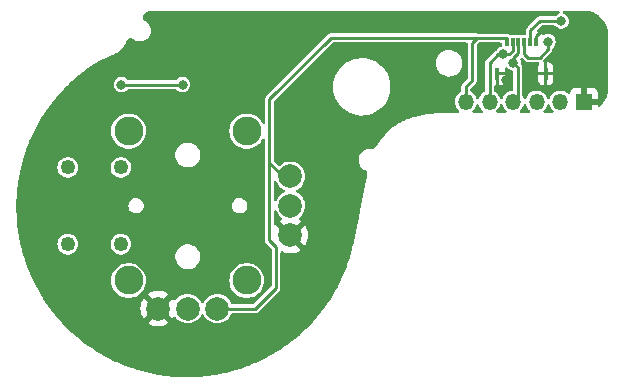
<source format=gbr>
%TF.GenerationSoftware,KiCad,Pcbnew,8.0.2*%
%TF.CreationDate,2024-10-29T11:55:49-07:00*%
%TF.ProjectId,UGC_SubStick,5547435f-5375-4625-9374-69636b2e6b69,rev?*%
%TF.SameCoordinates,Original*%
%TF.FileFunction,Copper,L2,Bot*%
%TF.FilePolarity,Positive*%
%FSLAX46Y46*%
G04 Gerber Fmt 4.6, Leading zero omitted, Abs format (unit mm)*
G04 Created by KiCad (PCBNEW 8.0.2) date 2024-10-29 11:55:49*
%MOMM*%
%LPD*%
G01*
G04 APERTURE LIST*
%TA.AperFunction,ComponentPad*%
%ADD10C,2.450000*%
%TD*%
%TA.AperFunction,ComponentPad*%
%ADD11C,1.250000*%
%TD*%
%TA.AperFunction,ComponentPad*%
%ADD12C,2.000000*%
%TD*%
%TA.AperFunction,ComponentPad*%
%ADD13R,1.350000X1.350000*%
%TD*%
%TA.AperFunction,ComponentPad*%
%ADD14O,1.350000X1.350000*%
%TD*%
%TA.AperFunction,SMDPad,CuDef*%
%ADD15R,0.300000X0.700000*%
%TD*%
%TA.AperFunction,SMDPad,CuDef*%
%ADD16R,0.300000X1.000000*%
%TD*%
%TA.AperFunction,ViaPad*%
%ADD17C,0.800000*%
%TD*%
%TA.AperFunction,Conductor*%
%ADD18C,0.250000*%
%TD*%
G04 APERTURE END LIST*
D10*
%TO.P,SW1,*%
%TO.N,*%
X242207200Y-143363518D03*
X242207200Y-156013518D03*
X252207200Y-143363518D03*
X252207200Y-156013518D03*
D11*
%TO.P,SW1,S1,1*%
%TO.N,RS_B_OUT*%
X241557200Y-146438518D03*
%TO.P,SW1,S2,2*%
X241557200Y-152938518D03*
%TO.P,SW1,S3,3*%
%TO.N,RS_B_IN*%
X237057200Y-146438518D03*
%TO.P,SW1,S4,4*%
X237057200Y-152938518D03*
D12*
%TO.P,SW1,X1,GND*%
%TO.N,GND*%
X244707200Y-158388518D03*
%TO.P,SW1,X2,X_OUT*%
%TO.N,Net-(SW1-X_OUT)*%
X247207200Y-158388518D03*
%TO.P,SW1,X3,VCC*%
%TO.N,+3V3*%
X249707200Y-158388518D03*
%TO.P,SW1,Y1,GND*%
%TO.N,GND*%
X255907200Y-152188518D03*
%TO.P,SW1,Y2,Y_OUT*%
%TO.N,Net-(SW1-Y_OUT)*%
X255907200Y-149688518D03*
%TO.P,SW1,Y3,VCC*%
%TO.N,+3V3*%
X255907200Y-147188518D03*
%TD*%
D13*
%TO.P,J1,1,Pin_1*%
%TO.N,GND*%
X280761001Y-140867407D03*
D14*
%TO.P,J1,2,Pin_2*%
%TO.N,RS_B_OUT*%
X278761001Y-140867407D03*
%TO.P,J1,3,Pin_3*%
%TO.N,RS_B_IN*%
X276761001Y-140867407D03*
%TO.P,J1,4,Pin_4*%
%TO.N,RY*%
X274761001Y-140867407D03*
%TO.P,J1,5,Pin_5*%
%TO.N,RX*%
X272761001Y-140867407D03*
%TO.P,J1,6,Pin_6*%
%TO.N,+3V3*%
X270761001Y-140867407D03*
%TD*%
D15*
%TO.P,J2,1,1*%
%TO.N,GND*%
X276713716Y-135850698D03*
%TO.P,J2,2,2*%
%TO.N,RS_B_OUT*%
X276213716Y-135850698D03*
%TO.P,J2,3,3*%
%TO.N,RS_B_IN*%
X275713716Y-135850698D03*
%TO.P,J2,4,4*%
%TO.N,RY*%
X275213716Y-135850698D03*
%TO.P,J2,5,5*%
%TO.N,RX*%
X274713716Y-135850698D03*
%TO.P,J2,6,6*%
%TO.N,+3V3*%
X274213716Y-135850698D03*
D16*
%TO.P,J2,MP1,MP1*%
%TO.N,GND*%
X277503716Y-138500698D03*
%TO.P,J2,MP2,MP2*%
X273423716Y-138500698D03*
%TD*%
D17*
%TO.N,GND*%
X276402800Y-138480800D03*
X280000000Y-138900000D03*
X245872000Y-147929600D03*
X245694200Y-149402800D03*
X274193000Y-139065000D03*
X247065800Y-148793200D03*
%TO.N,RS_B_IN*%
X241600000Y-139425000D03*
X277698200Y-135788400D03*
X246775000Y-139425000D03*
%TO.N,RS_B_OUT*%
X278841200Y-134035800D03*
%TO.N,RY*%
X274777200Y-137566400D03*
%TO.N,RX*%
X273888200Y-136875000D03*
%TD*%
D18*
%TO.N,GND*%
X276713716Y-135299684D02*
X277063200Y-134950200D01*
X277190200Y-134823200D02*
X278130000Y-134823200D01*
X280003716Y-138896284D02*
X280000000Y-138900000D01*
X278130000Y-134823200D02*
X278434800Y-134823200D01*
X277063200Y-134950200D02*
X277190200Y-134823200D01*
X276713716Y-135850698D02*
X276713716Y-135299684D01*
X278434800Y-134823200D02*
X279374600Y-135763000D01*
X244961482Y-158388518D02*
X244700000Y-158650000D01*
%TO.N,RS_B_IN*%
X246775000Y-139425000D02*
X241600000Y-139425000D01*
X275713716Y-136801116D02*
X275713716Y-135850698D01*
X277698200Y-136448800D02*
X277012400Y-137134600D01*
X277012400Y-137134600D02*
X276047200Y-137134600D01*
X277698200Y-135788400D02*
X277698200Y-136448800D01*
X276047200Y-137134600D02*
X275713716Y-136801116D01*
%TO.N,RS_B_OUT*%
X276213716Y-135850698D02*
X276213716Y-134834484D01*
X276213716Y-134834484D02*
X277012400Y-134035800D01*
X277012400Y-134035800D02*
X278841200Y-134035800D01*
X278841200Y-134035800D02*
X278713716Y-134163284D01*
%TO.N,RY*%
X275213716Y-136774284D02*
X274777200Y-137210800D01*
X274777200Y-137210800D02*
X274777200Y-137566400D01*
X275132800Y-140495608D02*
X274761001Y-140867407D01*
X275213716Y-135850698D02*
X275213716Y-136774284D01*
X274777200Y-137566400D02*
X275132800Y-137922000D01*
X275132800Y-137922000D02*
X275132800Y-140495608D01*
%TO.N,RX*%
X274713716Y-135850698D02*
X274713716Y-136608284D01*
X272761001Y-137601399D02*
X272761001Y-140867407D01*
X273487400Y-136875000D02*
X272761001Y-137601399D01*
X274713716Y-136608284D02*
X274447000Y-136875000D01*
X273888200Y-136875000D02*
X273487400Y-136875000D01*
X273888200Y-136875000D02*
X274447000Y-136875000D01*
%TO.N,+3V3*%
X274143807Y-135483600D02*
X271678400Y-135483600D01*
X255907200Y-147188518D02*
X255290918Y-147188518D01*
X274213716Y-135850698D02*
X274213716Y-135553509D01*
X271669800Y-135475000D02*
X259325000Y-135475000D01*
X254127000Y-140673000D02*
X254127000Y-146024600D01*
X270761001Y-140867407D02*
X270761001Y-139588999D01*
X259325000Y-135475000D02*
X254127000Y-140673000D01*
X271297400Y-135894100D02*
X271669800Y-135521700D01*
X254127000Y-152603200D02*
X254685800Y-153162000D01*
X254127000Y-146024600D02*
X254127000Y-152603200D01*
X254685800Y-156614200D02*
X252911482Y-158388518D01*
X255290918Y-147188518D02*
X254127000Y-146024600D01*
X274213716Y-135553509D02*
X274143807Y-135483600D01*
X254685800Y-153162000D02*
X254685800Y-156614200D01*
X252911482Y-158388518D02*
X249707200Y-158388518D01*
X271678400Y-135483600D02*
X271669800Y-135475000D01*
X270761001Y-139588999D02*
X271297400Y-139052600D01*
X271669800Y-135521700D02*
X271669800Y-135475000D01*
X271297400Y-139052600D02*
X271297400Y-135894100D01*
%TD*%
%TA.AperFunction,Conductor*%
%TO.N,GND*%
G36*
X278656731Y-133195796D02*
G01*
X278702486Y-133248600D01*
X278712430Y-133317758D01*
X278683405Y-133381314D01*
X278624627Y-133419088D01*
X278619367Y-133420508D01*
X278608833Y-133423104D01*
X278468962Y-133496515D01*
X278350716Y-133601270D01*
X278348289Y-133604787D01*
X278346942Y-133606738D01*
X278292663Y-133650729D01*
X278244892Y-133660300D01*
X276962964Y-133660300D01*
X276867463Y-133685889D01*
X276867460Y-133685890D01*
X276781840Y-133735322D01*
X276781835Y-133735326D01*
X275983154Y-134534009D01*
X275913242Y-134603920D01*
X275863807Y-134689543D01*
X275863807Y-134689544D01*
X275863806Y-134689546D01*
X275838216Y-134785049D01*
X275838216Y-134785051D01*
X275838216Y-135126198D01*
X275818531Y-135193237D01*
X275765727Y-135238992D01*
X275714216Y-135250198D01*
X275539042Y-135250198D01*
X275487906Y-135260369D01*
X275439526Y-135260369D01*
X275388390Y-135250198D01*
X275039042Y-135250198D01*
X274987906Y-135260369D01*
X274939526Y-135260369D01*
X274888390Y-135250198D01*
X274539042Y-135250198D01*
X274539034Y-135250198D01*
X274522634Y-135253460D01*
X274453042Y-135247230D01*
X274410767Y-135219523D01*
X274374370Y-135183126D01*
X274374369Y-135183125D01*
X274288745Y-135133690D01*
X274240993Y-135120895D01*
X274240991Y-135120894D01*
X274240989Y-135120893D01*
X274193243Y-135108100D01*
X274193242Y-135108100D01*
X271767657Y-135108100D01*
X271735564Y-135103875D01*
X271719236Y-135099500D01*
X271719235Y-135099500D01*
X259374436Y-135099500D01*
X259275564Y-135099500D01*
X259275563Y-135099500D01*
X259243468Y-135108100D01*
X259243467Y-135108099D01*
X259180062Y-135125089D01*
X259112530Y-135164079D01*
X259094794Y-135174320D01*
X259094435Y-135174527D01*
X253826526Y-140442436D01*
X253777091Y-140528059D01*
X253777091Y-140528060D01*
X253777090Y-140528062D01*
X253751500Y-140623565D01*
X253751500Y-140623567D01*
X253751500Y-142619602D01*
X253731815Y-142686641D01*
X253679011Y-142732396D01*
X253609853Y-142742340D01*
X253546297Y-142713315D01*
X253513945Y-142669414D01*
X253509311Y-142658852D01*
X253509311Y-142658851D01*
X253375568Y-142454141D01*
X253375567Y-142454139D01*
X253209957Y-142274240D01*
X253209947Y-142274231D01*
X253016991Y-142124047D01*
X253016987Y-142124044D01*
X252801934Y-142007663D01*
X252801929Y-142007661D01*
X252570658Y-141928266D01*
X252342221Y-141890147D01*
X252329463Y-141888018D01*
X252084937Y-141888018D01*
X252072179Y-141890147D01*
X251843741Y-141928266D01*
X251612470Y-142007661D01*
X251612465Y-142007663D01*
X251397412Y-142124044D01*
X251397408Y-142124047D01*
X251204452Y-142274231D01*
X251204442Y-142274240D01*
X251038832Y-142454139D01*
X250905088Y-142658851D01*
X250806863Y-142882783D01*
X250746836Y-143119822D01*
X250746834Y-143119834D01*
X250726643Y-143363512D01*
X250726643Y-143363523D01*
X250746834Y-143607201D01*
X250746836Y-143607213D01*
X250806863Y-143844252D01*
X250905088Y-144068184D01*
X251038832Y-144272896D01*
X251204442Y-144452795D01*
X251204452Y-144452804D01*
X251397408Y-144602988D01*
X251397412Y-144602991D01*
X251611524Y-144718863D01*
X251612467Y-144719373D01*
X251612470Y-144719374D01*
X251843741Y-144798769D01*
X251843743Y-144798769D01*
X251843745Y-144798770D01*
X252084937Y-144839018D01*
X252084938Y-144839018D01*
X252329462Y-144839018D01*
X252329463Y-144839018D01*
X252570655Y-144798770D01*
X252801933Y-144719373D01*
X253016988Y-144602991D01*
X253209954Y-144452799D01*
X253375568Y-144272895D01*
X253509311Y-144068185D01*
X253509312Y-144068183D01*
X253513944Y-144057624D01*
X253558899Y-144004138D01*
X253625635Y-143983447D01*
X253692963Y-144002121D01*
X253739507Y-144054231D01*
X253751500Y-144107433D01*
X253751500Y-145975164D01*
X253751500Y-145975165D01*
X253751500Y-152652635D01*
X253777090Y-152748138D01*
X253814013Y-152812090D01*
X253826526Y-152833763D01*
X253826528Y-152833765D01*
X254273981Y-153281218D01*
X254307466Y-153342541D01*
X254310300Y-153368899D01*
X254310300Y-156407301D01*
X254290615Y-156474340D01*
X254273981Y-156494982D01*
X252792264Y-157976699D01*
X252730941Y-158010184D01*
X252704583Y-158013018D01*
X250990873Y-158013018D01*
X250923834Y-157993333D01*
X250878491Y-157941423D01*
X250869271Y-157921650D01*
X250794302Y-157760880D01*
X250794300Y-157760877D01*
X250794299Y-157760875D01*
X250668799Y-157581642D01*
X250600525Y-157513368D01*
X250514077Y-157426920D01*
X250334839Y-157301416D01*
X250334840Y-157301416D01*
X250334838Y-157301415D01*
X250205967Y-157241322D01*
X250136530Y-157208943D01*
X250136526Y-157208942D01*
X250136522Y-157208940D01*
X249925177Y-157152311D01*
X249707202Y-157133241D01*
X249707198Y-157133241D01*
X249561882Y-157145954D01*
X249489223Y-157152311D01*
X249489220Y-157152311D01*
X249277877Y-157208940D01*
X249277870Y-157208942D01*
X249277870Y-157208943D01*
X249262367Y-157216172D01*
X249079561Y-157301416D01*
X249079557Y-157301418D01*
X248900321Y-157426920D01*
X248745602Y-157581639D01*
X248620100Y-157760875D01*
X248620098Y-157760880D01*
X248569582Y-157869211D01*
X248523409Y-157921650D01*
X248456216Y-157940802D01*
X248389335Y-157920586D01*
X248344818Y-157869211D01*
X248329190Y-157835698D01*
X248294302Y-157760880D01*
X248294299Y-157760876D01*
X248294299Y-157760875D01*
X248168799Y-157581642D01*
X248100525Y-157513368D01*
X248014077Y-157426920D01*
X247834839Y-157301416D01*
X247834840Y-157301416D01*
X247834838Y-157301415D01*
X247705967Y-157241322D01*
X247636530Y-157208943D01*
X247636526Y-157208942D01*
X247636522Y-157208940D01*
X247425177Y-157152311D01*
X247207202Y-157133241D01*
X247207198Y-157133241D01*
X247061882Y-157145954D01*
X246989223Y-157152311D01*
X246989220Y-157152311D01*
X246777877Y-157208940D01*
X246777870Y-157208942D01*
X246777870Y-157208943D01*
X246762367Y-157216172D01*
X246579561Y-157301416D01*
X246579557Y-157301418D01*
X246400321Y-157426920D01*
X246245603Y-157581638D01*
X246209090Y-157633784D01*
X246154513Y-157677408D01*
X246085014Y-157684600D01*
X246022660Y-157653077D01*
X246003708Y-157630481D01*
X245930634Y-157518634D01*
X245190162Y-158259107D01*
X245173125Y-158195525D01*
X245107299Y-158081511D01*
X245014207Y-157988419D01*
X244900193Y-157922593D01*
X244836610Y-157905555D01*
X245577257Y-157164908D01*
X245577256Y-157164907D01*
X245530429Y-157128461D01*
X245311814Y-157010153D01*
X245311803Y-157010148D01*
X245076693Y-156929434D01*
X244831493Y-156888518D01*
X244582907Y-156888518D01*
X244337706Y-156929434D01*
X244102596Y-157010148D01*
X244102590Y-157010150D01*
X243883961Y-157128467D01*
X243837142Y-157164906D01*
X243837142Y-157164908D01*
X244577790Y-157905555D01*
X244514207Y-157922593D01*
X244400193Y-157988419D01*
X244307101Y-158081511D01*
X244241275Y-158195525D01*
X244224237Y-158259107D01*
X243483764Y-157518634D01*
X243383467Y-157672150D01*
X243283612Y-157899800D01*
X243222587Y-158140779D01*
X243222585Y-158140788D01*
X243202059Y-158388512D01*
X243202059Y-158388523D01*
X243222585Y-158636247D01*
X243222587Y-158636256D01*
X243283612Y-158877235D01*
X243383466Y-159104882D01*
X243483764Y-159258400D01*
X244224237Y-158517927D01*
X244241275Y-158581511D01*
X244307101Y-158695525D01*
X244400193Y-158788617D01*
X244514207Y-158854443D01*
X244577790Y-158871480D01*
X243837142Y-159612127D01*
X243883968Y-159648573D01*
X243883970Y-159648574D01*
X244102585Y-159766882D01*
X244102596Y-159766887D01*
X244337706Y-159847601D01*
X244582907Y-159888518D01*
X244831493Y-159888518D01*
X245076693Y-159847601D01*
X245311803Y-159766887D01*
X245311814Y-159766882D01*
X245530428Y-159648575D01*
X245530431Y-159648573D01*
X245577256Y-159612127D01*
X244836609Y-158871480D01*
X244900193Y-158854443D01*
X245014207Y-158788617D01*
X245107299Y-158695525D01*
X245173125Y-158581511D01*
X245190162Y-158517928D01*
X245930634Y-159258400D01*
X246003709Y-159146553D01*
X246056855Y-159101196D01*
X246126087Y-159091773D01*
X246189422Y-159121275D01*
X246209087Y-159143246D01*
X246245602Y-159195395D01*
X246400323Y-159350116D01*
X246579561Y-159475620D01*
X246777870Y-159568093D01*
X246989223Y-159624725D01*
X247172126Y-159640726D01*
X247207198Y-159643795D01*
X247207200Y-159643795D01*
X247207202Y-159643795D01*
X247235454Y-159641323D01*
X247425177Y-159624725D01*
X247636530Y-159568093D01*
X247834839Y-159475620D01*
X248014077Y-159350116D01*
X248168798Y-159195395D01*
X248294302Y-159016157D01*
X248344818Y-158907824D01*
X248390990Y-158855385D01*
X248458184Y-158836233D01*
X248525065Y-158856449D01*
X248569581Y-158907824D01*
X248620098Y-159016157D01*
X248745602Y-159195395D01*
X248900323Y-159350116D01*
X249079561Y-159475620D01*
X249277870Y-159568093D01*
X249489223Y-159624725D01*
X249672126Y-159640726D01*
X249707198Y-159643795D01*
X249707200Y-159643795D01*
X249707202Y-159643795D01*
X249735454Y-159641323D01*
X249925177Y-159624725D01*
X250136530Y-159568093D01*
X250334839Y-159475620D01*
X250514077Y-159350116D01*
X250668798Y-159195395D01*
X250794302Y-159016157D01*
X250878491Y-158835612D01*
X250924663Y-158783174D01*
X250990873Y-158764018D01*
X252960917Y-158764018D01*
X252960918Y-158764018D01*
X253008668Y-158751223D01*
X253056420Y-158738428D01*
X253142044Y-158688993D01*
X253211957Y-158619080D01*
X254986275Y-156844762D01*
X255035711Y-156759137D01*
X255061300Y-156663636D01*
X255061300Y-156564764D01*
X255061300Y-153644404D01*
X255080985Y-153577365D01*
X255133789Y-153531610D01*
X255202947Y-153521666D01*
X255244318Y-153535350D01*
X255302581Y-153566880D01*
X255302596Y-153566887D01*
X255537706Y-153647601D01*
X255782907Y-153688518D01*
X256031493Y-153688518D01*
X256276693Y-153647601D01*
X256511803Y-153566887D01*
X256511814Y-153566882D01*
X256730428Y-153448575D01*
X256730431Y-153448573D01*
X256777256Y-153412127D01*
X256036609Y-152671480D01*
X256100193Y-152654443D01*
X256214207Y-152588617D01*
X256307299Y-152495525D01*
X256373125Y-152381511D01*
X256390162Y-152317928D01*
X257130634Y-153058400D01*
X257230931Y-152904887D01*
X257330787Y-152677235D01*
X257391812Y-152436256D01*
X257391814Y-152436247D01*
X257412341Y-152188523D01*
X257412341Y-152188512D01*
X257391814Y-151940788D01*
X257391812Y-151940779D01*
X257330787Y-151699800D01*
X257230931Y-151472148D01*
X257130634Y-151318634D01*
X256390162Y-152059107D01*
X256373125Y-151995525D01*
X256307299Y-151881511D01*
X256214207Y-151788419D01*
X256100193Y-151722593D01*
X256036610Y-151705555D01*
X256777257Y-150964908D01*
X256777256Y-150964907D01*
X256730429Y-150928461D01*
X256730425Y-150928458D01*
X256673484Y-150897643D01*
X256623894Y-150848424D01*
X256608786Y-150780207D01*
X256632957Y-150714651D01*
X256661373Y-150687019D01*
X256714077Y-150650116D01*
X256868798Y-150495395D01*
X256994302Y-150316157D01*
X257086775Y-150117848D01*
X257143407Y-149906495D01*
X257162477Y-149688518D01*
X257143407Y-149470541D01*
X257099034Y-149304939D01*
X257086777Y-149259195D01*
X257086776Y-149259194D01*
X257086775Y-149259188D01*
X256994302Y-149060880D01*
X256994300Y-149060877D01*
X256994299Y-149060875D01*
X256868799Y-148881642D01*
X256808874Y-148821717D01*
X256714077Y-148726920D01*
X256534839Y-148601416D01*
X256426506Y-148550899D01*
X256374067Y-148504728D01*
X256354915Y-148437534D01*
X256375131Y-148370653D01*
X256426507Y-148326136D01*
X256534839Y-148275620D01*
X256714077Y-148150116D01*
X256868798Y-147995395D01*
X256994302Y-147816157D01*
X257086775Y-147617848D01*
X257143407Y-147406495D01*
X257162477Y-147188518D01*
X257143407Y-146970541D01*
X257086775Y-146759188D01*
X256994302Y-146560880D01*
X256994300Y-146560877D01*
X256994299Y-146560875D01*
X256868799Y-146381642D01*
X256806616Y-146319459D01*
X256714077Y-146226920D01*
X256534839Y-146101416D01*
X256534840Y-146101416D01*
X256534838Y-146101415D01*
X256435518Y-146055102D01*
X256336530Y-146008943D01*
X256336526Y-146008942D01*
X256336522Y-146008940D01*
X256125177Y-145952311D01*
X255907202Y-145933241D01*
X255907198Y-145933241D01*
X255761882Y-145945954D01*
X255689223Y-145952311D01*
X255689220Y-145952311D01*
X255477877Y-146008940D01*
X255477868Y-146008944D01*
X255279561Y-146101416D01*
X255279557Y-146101418D01*
X255100323Y-146226919D01*
X255068018Y-146259223D01*
X255006694Y-146292706D01*
X254937002Y-146287720D01*
X254892658Y-146259220D01*
X254538819Y-145905381D01*
X254505334Y-145844058D01*
X254502500Y-145817700D01*
X254502500Y-140879899D01*
X254522185Y-140812860D01*
X254538819Y-140792218D01*
X255711304Y-139619733D01*
X259505225Y-139619733D01*
X259513527Y-139749056D01*
X259525195Y-139930792D01*
X259525195Y-139930797D01*
X259584779Y-140236745D01*
X259584781Y-140236752D01*
X259682999Y-140532570D01*
X259818238Y-140813397D01*
X259818243Y-140813406D01*
X259988281Y-141074631D01*
X259988288Y-141074641D01*
X260190334Y-141311976D01*
X260190344Y-141311986D01*
X260421078Y-141521533D01*
X260421084Y-141521537D01*
X260421086Y-141521539D01*
X260676735Y-141699869D01*
X260953090Y-141844043D01*
X261245612Y-141951694D01*
X261549499Y-142021054D01*
X261859760Y-142050985D01*
X262171302Y-142040994D01*
X262479009Y-141991247D01*
X262777827Y-141902559D01*
X263062851Y-141776387D01*
X263329401Y-141614803D01*
X263573099Y-141420460D01*
X263789944Y-141196550D01*
X263976377Y-140946747D01*
X264129334Y-140675156D01*
X264246306Y-140386234D01*
X264325370Y-140084727D01*
X264365230Y-139775584D01*
X264367726Y-139619733D01*
X264365230Y-139463882D01*
X264325370Y-139154739D01*
X264246306Y-138853232D01*
X264129334Y-138564310D01*
X263976377Y-138292719D01*
X263930304Y-138230986D01*
X263789945Y-138042917D01*
X263789946Y-138042917D01*
X263573097Y-137819004D01*
X263353034Y-137643510D01*
X263329401Y-137624663D01*
X263323982Y-137621378D01*
X268211711Y-137621378D01*
X268232087Y-137834769D01*
X268232088Y-137834773D01*
X268291001Y-138035414D01*
X268292480Y-138040449D01*
X268356605Y-138164834D01*
X268390708Y-138230986D01*
X268523214Y-138399479D01*
X268523215Y-138399480D01*
X268523217Y-138399482D01*
X268647064Y-138506797D01*
X268685223Y-138539862D01*
X268785709Y-138597877D01*
X268870864Y-138647041D01*
X269073437Y-138717152D01*
X269285618Y-138747659D01*
X269499737Y-138737460D01*
X269708057Y-138686922D01*
X269795386Y-138647040D01*
X269903038Y-138597877D01*
X269903041Y-138597875D01*
X269903048Y-138597872D01*
X270077663Y-138473530D01*
X270225590Y-138318388D01*
X270341483Y-138138055D01*
X270421153Y-137939048D01*
X270461722Y-137728559D01*
X270464269Y-137621378D01*
X270461722Y-137514197D01*
X270421153Y-137303708D01*
X270341483Y-137104701D01*
X270225590Y-136924368D01*
X270077663Y-136769226D01*
X270077662Y-136769225D01*
X269903050Y-136644885D01*
X269903038Y-136644878D01*
X269708063Y-136555836D01*
X269708059Y-136555834D01*
X269600616Y-136529769D01*
X269499737Y-136505296D01*
X269499734Y-136505295D01*
X269499736Y-136505295D01*
X269285621Y-136495097D01*
X269285620Y-136495097D01*
X269285618Y-136495097D01*
X269073437Y-136525604D01*
X269073436Y-136525604D01*
X269073431Y-136525605D01*
X268870862Y-136595715D01*
X268685223Y-136702893D01*
X268523218Y-136843273D01*
X268523214Y-136843276D01*
X268390708Y-137011769D01*
X268292479Y-137202309D01*
X268232088Y-137407982D01*
X268232087Y-137407986D01*
X268211711Y-137621378D01*
X263323982Y-137621378D01*
X263062851Y-137463079D01*
X263062845Y-137463076D01*
X263062843Y-137463075D01*
X262777834Y-137336909D01*
X262479006Y-137248218D01*
X262282966Y-137216524D01*
X262171302Y-137198472D01*
X262171299Y-137198471D01*
X262171294Y-137198471D01*
X261859762Y-137188480D01*
X261549497Y-137218412D01*
X261245612Y-137287772D01*
X261245607Y-137287773D01*
X260953096Y-137395420D01*
X260953083Y-137395426D01*
X260676737Y-137539595D01*
X260421078Y-137717932D01*
X260190344Y-137927479D01*
X260190334Y-137927489D01*
X259988288Y-138164824D01*
X259988281Y-138164834D01*
X259818243Y-138426059D01*
X259818238Y-138426068D01*
X259682999Y-138706895D01*
X259584781Y-139002713D01*
X259584779Y-139002720D01*
X259525195Y-139308668D01*
X259525195Y-139308673D01*
X259512148Y-139511904D01*
X259505225Y-139619733D01*
X255711304Y-139619733D01*
X259444218Y-135886819D01*
X259505541Y-135853334D01*
X259531899Y-135850500D01*
X270797900Y-135850500D01*
X270864939Y-135870185D01*
X270910694Y-135922989D01*
X270921900Y-135974500D01*
X270921900Y-138845700D01*
X270902215Y-138912739D01*
X270885581Y-138933381D01*
X270530439Y-139288524D01*
X270460527Y-139358435D01*
X270411092Y-139444058D01*
X270411092Y-139444059D01*
X270411091Y-139444061D01*
X270385501Y-139539564D01*
X270385501Y-139539566D01*
X270385501Y-139940977D01*
X270365816Y-140008016D01*
X270313012Y-140053771D01*
X270311940Y-140054255D01*
X270295701Y-140061485D01*
X270138306Y-140175840D01*
X270138303Y-140175842D01*
X270008130Y-140320416D01*
X269910858Y-140488895D01*
X269910857Y-140488896D01*
X269850739Y-140673923D01*
X269830403Y-140867407D01*
X269850739Y-141060890D01*
X269910857Y-141245917D01*
X269910858Y-141245918D01*
X269948997Y-141311976D01*
X270008131Y-141414399D01*
X270047752Y-141458402D01*
X270138303Y-141558971D01*
X270138306Y-141558973D01*
X270138309Y-141558976D01*
X270158863Y-141573909D01*
X270201528Y-141629239D01*
X270207507Y-141698853D01*
X270174901Y-141760648D01*
X270114062Y-141795005D01*
X270085977Y-141798227D01*
X269339269Y-141798227D01*
X269327122Y-141798312D01*
X269189641Y-141799285D01*
X269062825Y-141801723D01*
X268916356Y-141806163D01*
X268751825Y-141813143D01*
X268571128Y-141823186D01*
X268375955Y-141836825D01*
X268273423Y-141845161D01*
X268167947Y-141854592D01*
X268059632Y-141865195D01*
X267948884Y-141877017D01*
X267835688Y-141890147D01*
X267720346Y-141904644D01*
X267603184Y-141920561D01*
X267484344Y-141937970D01*
X267363849Y-141956969D01*
X267242271Y-141977569D01*
X267119570Y-141999875D01*
X266996083Y-142023935D01*
X266871822Y-142049853D01*
X266747331Y-142077629D01*
X266622552Y-142107388D01*
X266497818Y-142139169D01*
X266373299Y-142173050D01*
X266249305Y-142209070D01*
X266125862Y-142247352D01*
X265870583Y-142334946D01*
X265746398Y-142382050D01*
X265624634Y-142431357D01*
X265505051Y-142482995D01*
X265387831Y-142536917D01*
X265272781Y-142593242D01*
X265159945Y-142651979D01*
X265049321Y-142713159D01*
X264940837Y-142776847D01*
X264834508Y-142843063D01*
X264730234Y-142911895D01*
X264628102Y-142983311D01*
X264527994Y-143057417D01*
X264429885Y-143134257D01*
X264333810Y-143213823D01*
X264140717Y-143387680D01*
X264050326Y-143476075D01*
X263963771Y-143565358D01*
X263881045Y-143655258D01*
X263801909Y-143745750D01*
X263726298Y-143836622D01*
X263654026Y-143927799D01*
X263585004Y-144019085D01*
X263519032Y-144110432D01*
X263456070Y-144201572D01*
X263395873Y-144292528D01*
X263338372Y-144383068D01*
X263283451Y-144473023D01*
X263230922Y-144562343D01*
X263186417Y-144640736D01*
X263173118Y-144659760D01*
X263071279Y-144779736D01*
X263033737Y-144809618D01*
X262905444Y-144876012D01*
X262859134Y-144889424D01*
X262699640Y-144903214D01*
X262678365Y-144903222D01*
X262594769Y-144896053D01*
X262406545Y-144914109D01*
X262225992Y-144970283D01*
X262225987Y-144970285D01*
X262060737Y-145062204D01*
X262060736Y-145062205D01*
X261917795Y-145185967D01*
X261917787Y-145185975D01*
X261803175Y-145336371D01*
X261721747Y-145507028D01*
X261721745Y-145507034D01*
X261676946Y-145690733D01*
X261672728Y-145817700D01*
X261670668Y-145879727D01*
X261680008Y-145933241D01*
X261703179Y-146066005D01*
X261703179Y-146066006D01*
X261773101Y-146241688D01*
X261773104Y-146241693D01*
X261803575Y-146287720D01*
X261877484Y-146399361D01*
X262011909Y-146532349D01*
X262011913Y-146532351D01*
X262011918Y-146532356D01*
X262170687Y-146635026D01*
X262170690Y-146635027D01*
X262170693Y-146635029D01*
X262232811Y-146660703D01*
X262248283Y-146667099D01*
X262267069Y-146676816D01*
X262319233Y-146709718D01*
X262354099Y-146742686D01*
X262383328Y-146783745D01*
X262401842Y-146822671D01*
X262411368Y-146857191D01*
X262415737Y-146895143D01*
X262413811Y-146943194D01*
X262411566Y-146962223D01*
X262385827Y-147092724D01*
X262368074Y-147182735D01*
X262345397Y-147297707D01*
X262322721Y-147412680D01*
X262300044Y-147527652D01*
X262277368Y-147642624D01*
X262254691Y-147757596D01*
X262232015Y-147872569D01*
X262217013Y-147948633D01*
X262209339Y-147987541D01*
X262186662Y-148102513D01*
X262163986Y-148217485D01*
X262163986Y-148217486D01*
X262141309Y-148332458D01*
X262118633Y-148447429D01*
X262118633Y-148447430D01*
X262095956Y-148562402D01*
X262073280Y-148677375D01*
X262073280Y-148677376D01*
X262050604Y-148792347D01*
X262027927Y-148907319D01*
X262005251Y-149022291D01*
X262005251Y-149022292D01*
X261982574Y-149137264D01*
X261959898Y-149252235D01*
X261959898Y-149252236D01*
X261937221Y-149367208D01*
X261914545Y-149482180D01*
X261914545Y-149482181D01*
X261891868Y-149597153D01*
X261846516Y-149827097D01*
X261846516Y-149827098D01*
X261823839Y-149942070D01*
X261801163Y-150057041D01*
X261801163Y-150057042D01*
X261778486Y-150172014D01*
X261755810Y-150286986D01*
X261755810Y-150286987D01*
X261733133Y-150401959D01*
X261710457Y-150516931D01*
X261710457Y-150516932D01*
X261687768Y-150631968D01*
X261592756Y-151116335D01*
X261592750Y-151116371D01*
X261564118Y-151262779D01*
X261547330Y-151348626D01*
X261547316Y-151348698D01*
X261502938Y-151574916D01*
X261502904Y-151575086D01*
X261459418Y-151795124D01*
X261459364Y-151795398D01*
X261416375Y-152010373D01*
X261416297Y-152010759D01*
X261373672Y-152220454D01*
X261373569Y-152220954D01*
X261331066Y-152425724D01*
X261330936Y-152426345D01*
X261288197Y-152627086D01*
X261288036Y-152627829D01*
X261244940Y-152824318D01*
X261244746Y-152825188D01*
X261200959Y-153018187D01*
X261200729Y-153019180D01*
X261156078Y-153208755D01*
X261155810Y-153209872D01*
X261109974Y-153396704D01*
X261109664Y-153397941D01*
X261062433Y-153582247D01*
X261062079Y-153583597D01*
X261013202Y-153765776D01*
X261012802Y-153767231D01*
X260962038Y-153947641D01*
X260961590Y-153949194D01*
X260908677Y-154128257D01*
X260908181Y-154129892D01*
X260852887Y-154307945D01*
X260852343Y-154309654D01*
X260794408Y-154487112D01*
X260793817Y-154488878D01*
X260732960Y-154666210D01*
X260732333Y-154667989D01*
X260725715Y-154686345D01*
X260668386Y-154845348D01*
X260667707Y-154847185D01*
X260600285Y-155025310D01*
X260599569Y-155027157D01*
X260528569Y-155206049D01*
X260527819Y-155207896D01*
X260452873Y-155388219D01*
X260452095Y-155390049D01*
X260373007Y-155572049D01*
X260372208Y-155573849D01*
X260288685Y-155757996D01*
X260287870Y-155759756D01*
X260199673Y-155946390D01*
X260198849Y-155948099D01*
X260105756Y-156137537D01*
X260104930Y-156139188D01*
X260006602Y-156331971D01*
X260005779Y-156333556D01*
X259902033Y-156529922D01*
X259901219Y-156531437D01*
X259791796Y-156731773D01*
X259790997Y-156733214D01*
X259675766Y-156937677D01*
X259674613Y-156939679D01*
X259497129Y-157241322D01*
X259495959Y-157243268D01*
X259404998Y-157391580D01*
X259404200Y-157392865D01*
X259311180Y-157540463D01*
X259310366Y-157541737D01*
X259215631Y-157688070D01*
X259214802Y-157689333D01*
X259118328Y-157834446D01*
X259117484Y-157835698D01*
X259019349Y-157979480D01*
X259018490Y-157980722D01*
X258918539Y-158123401D01*
X258917666Y-158124632D01*
X258816103Y-158265922D01*
X258815216Y-158267141D01*
X258711908Y-158407233D01*
X258711005Y-158408442D01*
X258606051Y-158547199D01*
X258605134Y-158548395D01*
X258498461Y-158685918D01*
X258497531Y-158687103D01*
X258389371Y-158823098D01*
X258388425Y-158824272D01*
X258278437Y-158959167D01*
X258277478Y-158960329D01*
X258165990Y-159093721D01*
X258165017Y-159094871D01*
X258051879Y-159226943D01*
X258050892Y-159228081D01*
X257936198Y-159358722D01*
X257935198Y-159359848D01*
X257818843Y-159489179D01*
X257817829Y-159490292D01*
X257699940Y-159618170D01*
X257698911Y-159619272D01*
X257579513Y-159745669D01*
X257578476Y-159746754D01*
X257457437Y-159871809D01*
X257456432Y-159872835D01*
X257333914Y-159996378D01*
X257332847Y-159997441D01*
X257208773Y-160119550D01*
X257207691Y-160120601D01*
X257082231Y-160241106D01*
X257081139Y-160242143D01*
X256954114Y-160361219D01*
X256953007Y-160362245D01*
X256824410Y-160479887D01*
X256823291Y-160480898D01*
X256693296Y-160596945D01*
X256692297Y-160597826D01*
X256602192Y-160676314D01*
X256560836Y-160712338D01*
X256559693Y-160713321D01*
X256426819Y-160826250D01*
X256425661Y-160827222D01*
X256291280Y-160938640D01*
X256290111Y-160939597D01*
X256154475Y-161049294D01*
X256153295Y-161050237D01*
X256016445Y-161158185D01*
X256014649Y-161159575D01*
X255735694Y-161371446D01*
X255733875Y-161372802D01*
X255593144Y-161475684D01*
X255591918Y-161476569D01*
X255449752Y-161577862D01*
X255448563Y-161578699D01*
X255305221Y-161678219D01*
X255303976Y-161679072D01*
X255159494Y-161776798D01*
X255158238Y-161777636D01*
X255012627Y-161873562D01*
X255011361Y-161874385D01*
X254864679Y-161968477D01*
X254863404Y-161969284D01*
X254715573Y-162061593D01*
X254714335Y-162062355D01*
X254638643Y-162108348D01*
X254565515Y-162152784D01*
X254564223Y-162153558D01*
X254414234Y-162242219D01*
X254412931Y-162242979D01*
X254261930Y-162329778D01*
X254260618Y-162330521D01*
X254108664Y-162415425D01*
X254107344Y-162416152D01*
X253954352Y-162499214D01*
X253953023Y-162499925D01*
X253799044Y-162581115D01*
X253797706Y-162581810D01*
X253642792Y-162661101D01*
X253641448Y-162661779D01*
X253485549Y-162739199D01*
X253484194Y-162739862D01*
X253327324Y-162815401D01*
X253325963Y-162816046D01*
X253168215Y-162889660D01*
X253166845Y-162890289D01*
X253008260Y-162961959D01*
X253006883Y-162962571D01*
X252847247Y-163032393D01*
X252845861Y-163032990D01*
X252685529Y-163100804D01*
X252684138Y-163101382D01*
X252522905Y-163167279D01*
X252521504Y-163167842D01*
X252359413Y-163231799D01*
X252358007Y-163232344D01*
X252195089Y-163294348D01*
X252193675Y-163294876D01*
X252029994Y-163354900D01*
X252028573Y-163355411D01*
X251864140Y-163413448D01*
X251862713Y-163413942D01*
X251697495Y-163470003D01*
X251696061Y-163470480D01*
X251530103Y-163524546D01*
X251528662Y-163525006D01*
X251361975Y-163577070D01*
X251360529Y-163577512D01*
X251193043Y-163627592D01*
X251191592Y-163628016D01*
X251023957Y-163675921D01*
X251021769Y-163676525D01*
X250683752Y-163766463D01*
X250681558Y-163767025D01*
X250512683Y-163808671D01*
X250511214Y-163809024D01*
X250341476Y-163848696D01*
X250340005Y-163849030D01*
X250169991Y-163886591D01*
X250168516Y-163886908D01*
X249997999Y-163922410D01*
X249996521Y-163922708D01*
X249825694Y-163956113D01*
X249824214Y-163956393D01*
X249653064Y-163987707D01*
X249651580Y-163987969D01*
X249480114Y-164017192D01*
X249478713Y-164017422D01*
X249306884Y-164044564D01*
X249305396Y-164044789D01*
X249133348Y-164069828D01*
X249131857Y-164070036D01*
X248959550Y-164092980D01*
X248958056Y-164093170D01*
X248785448Y-164114024D01*
X248783954Y-164114195D01*
X248611193Y-164132944D01*
X248609695Y-164133097D01*
X248436821Y-164149738D01*
X248435323Y-164149874D01*
X248262008Y-164164437D01*
X248260508Y-164164553D01*
X248087294Y-164176993D01*
X248085792Y-164177092D01*
X247912341Y-164187435D01*
X247910839Y-164187516D01*
X247737189Y-164195758D01*
X247735685Y-164195820D01*
X247562005Y-164201951D01*
X247560499Y-164201995D01*
X247386656Y-164206019D01*
X247385153Y-164206044D01*
X247211407Y-164207958D01*
X247209900Y-164207966D01*
X247035943Y-164207768D01*
X247034438Y-164207757D01*
X246860533Y-164205448D01*
X246859026Y-164205419D01*
X246685035Y-164200994D01*
X246683528Y-164200946D01*
X246509703Y-164194409D01*
X246508199Y-164194344D01*
X246334168Y-164185682D01*
X246332661Y-164185597D01*
X246158918Y-164174828D01*
X246157413Y-164174726D01*
X245983581Y-164161827D01*
X245982076Y-164161706D01*
X245808402Y-164146691D01*
X245806899Y-164146552D01*
X245633265Y-164129408D01*
X245631763Y-164129250D01*
X245458693Y-164110030D01*
X245456441Y-164109759D01*
X245109392Y-164064778D01*
X245107180Y-164064471D01*
X244934860Y-164038925D01*
X244933486Y-164038713D01*
X244761259Y-164011034D01*
X244759769Y-164010785D01*
X244588084Y-163981043D01*
X244586599Y-163980777D01*
X244415211Y-163948934D01*
X244413730Y-163948649D01*
X244242976Y-163914770D01*
X244241498Y-163914468D01*
X244071035Y-163878486D01*
X244069563Y-163878165D01*
X243899752Y-163840160D01*
X243898283Y-163839822D01*
X243728950Y-163799756D01*
X243727485Y-163799400D01*
X243558707Y-163757293D01*
X243557248Y-163756920D01*
X243388963Y-163712758D01*
X243387509Y-163712367D01*
X243219819Y-163666177D01*
X243218369Y-163665768D01*
X243051305Y-163617560D01*
X243049861Y-163617134D01*
X242883351Y-163566887D01*
X242881912Y-163566443D01*
X242716082Y-163514196D01*
X242714648Y-163513735D01*
X242549416Y-163459462D01*
X242547989Y-163458983D01*
X242383470Y-163402723D01*
X242382048Y-163402227D01*
X242218214Y-163343969D01*
X242216826Y-163343466D01*
X242161853Y-163323163D01*
X242053666Y-163283205D01*
X242052257Y-163282675D01*
X241889745Y-163220400D01*
X241888342Y-163219852D01*
X241726670Y-163155636D01*
X241725273Y-163155071D01*
X241564362Y-163088882D01*
X241562971Y-163088300D01*
X241402846Y-163020146D01*
X241401463Y-163019548D01*
X241242017Y-162949383D01*
X241240639Y-162948766D01*
X241082158Y-162876710D01*
X241080789Y-162876078D01*
X240923031Y-162802023D01*
X240921668Y-162801373D01*
X240764798Y-162725390D01*
X240763443Y-162724723D01*
X240607376Y-162646768D01*
X240606069Y-162646106D01*
X240450909Y-162566228D01*
X240449676Y-162565584D01*
X240325199Y-162499570D01*
X240295410Y-162483772D01*
X240294103Y-162483068D01*
X240141099Y-162399519D01*
X240139118Y-162398414D01*
X239835249Y-162225195D01*
X239833290Y-162224055D01*
X239683647Y-162135088D01*
X239682354Y-162134308D01*
X239533639Y-162043425D01*
X239532356Y-162042630D01*
X239384822Y-161949983D01*
X239383549Y-161949173D01*
X239237154Y-161854738D01*
X239235954Y-161853954D01*
X239090676Y-161757716D01*
X239089553Y-161756962D01*
X238945595Y-161659061D01*
X238944354Y-161658206D01*
X238801656Y-161558605D01*
X238800523Y-161557804D01*
X238658998Y-161456441D01*
X238657804Y-161455575D01*
X238517649Y-161352595D01*
X238516441Y-161351696D01*
X238377609Y-161247068D01*
X238376412Y-161246155D01*
X238238788Y-161139793D01*
X238237603Y-161138865D01*
X238101387Y-161030925D01*
X238100275Y-161030033D01*
X237965236Y-160920330D01*
X237964180Y-160919462D01*
X237830423Y-160808078D01*
X237829587Y-160807373D01*
X237697136Y-160694328D01*
X237696069Y-160693405D01*
X237565233Y-160578962D01*
X237564106Y-160577964D01*
X237434656Y-160461930D01*
X237433542Y-160460920D01*
X237305445Y-160343264D01*
X237304431Y-160342321D01*
X237196885Y-160241106D01*
X237177702Y-160223052D01*
X237176808Y-160222201D01*
X237051471Y-160101338D01*
X237050445Y-160100336D01*
X236926746Y-159978119D01*
X236925680Y-159977054D01*
X236803323Y-159853189D01*
X236802271Y-159852110D01*
X236797924Y-159847601D01*
X236681466Y-159726806D01*
X236680527Y-159725820D01*
X236561179Y-159598977D01*
X236560188Y-159597911D01*
X236442317Y-159469545D01*
X236441362Y-159468492D01*
X236325041Y-159338677D01*
X236324178Y-159337703D01*
X236209346Y-159206369D01*
X236208359Y-159205226D01*
X236095181Y-159072557D01*
X236094208Y-159071402D01*
X235982638Y-158937344D01*
X235981678Y-158936177D01*
X235871827Y-158800864D01*
X235870414Y-158799089D01*
X235654953Y-158523535D01*
X235653573Y-158521737D01*
X235548896Y-158382700D01*
X235547994Y-158381487D01*
X235464070Y-158267141D01*
X235444812Y-158240902D01*
X235443939Y-158239697D01*
X235373182Y-158140788D01*
X235342528Y-158097937D01*
X235341741Y-158096823D01*
X235283318Y-158013018D01*
X235242066Y-157953843D01*
X235241211Y-157952601D01*
X235220189Y-157921650D01*
X235143284Y-157808421D01*
X235142624Y-157807435D01*
X235046518Y-157662165D01*
X235045694Y-157660903D01*
X234994630Y-157581639D01*
X234951428Y-157514578D01*
X234950659Y-157513368D01*
X234858206Y-157365950D01*
X234857413Y-157364669D01*
X234766778Y-157216172D01*
X234766041Y-157214947D01*
X234677181Y-157065297D01*
X234676558Y-157064234D01*
X234589557Y-156913576D01*
X234588816Y-156912272D01*
X234503655Y-156760576D01*
X234503025Y-156759440D01*
X234419634Y-156606572D01*
X234418999Y-156605389D01*
X234337644Y-156451848D01*
X234336946Y-156450513D01*
X234276374Y-156332759D01*
X234257358Y-156295791D01*
X234256755Y-156294602D01*
X234179038Y-156138895D01*
X234178402Y-156137599D01*
X234178372Y-156137537D01*
X234118339Y-156013512D01*
X240726643Y-156013512D01*
X240726643Y-156013523D01*
X240746834Y-156257201D01*
X240746836Y-156257213D01*
X240806863Y-156494252D01*
X240905088Y-156718184D01*
X241038832Y-156922896D01*
X241204442Y-157102795D01*
X241204452Y-157102804D01*
X241397408Y-157252988D01*
X241397412Y-157252991D01*
X241486893Y-157301416D01*
X241612467Y-157369373D01*
X241612470Y-157369374D01*
X241843741Y-157448769D01*
X241843743Y-157448769D01*
X241843745Y-157448770D01*
X242084937Y-157489018D01*
X242084938Y-157489018D01*
X242329462Y-157489018D01*
X242329463Y-157489018D01*
X242570655Y-157448770D01*
X242801933Y-157369373D01*
X243016988Y-157252991D01*
X243209954Y-157102799D01*
X243375568Y-156922895D01*
X243509311Y-156718185D01*
X243607536Y-156494254D01*
X243667564Y-156257210D01*
X243677368Y-156138895D01*
X243687757Y-156013523D01*
X243687757Y-156013512D01*
X250726643Y-156013512D01*
X250726643Y-156013523D01*
X250746834Y-156257201D01*
X250746836Y-156257213D01*
X250806863Y-156494252D01*
X250905088Y-156718184D01*
X251038832Y-156922896D01*
X251204442Y-157102795D01*
X251204452Y-157102804D01*
X251397408Y-157252988D01*
X251397412Y-157252991D01*
X251486893Y-157301416D01*
X251612467Y-157369373D01*
X251612470Y-157369374D01*
X251843741Y-157448769D01*
X251843743Y-157448769D01*
X251843745Y-157448770D01*
X252084937Y-157489018D01*
X252084938Y-157489018D01*
X252329462Y-157489018D01*
X252329463Y-157489018D01*
X252570655Y-157448770D01*
X252801933Y-157369373D01*
X253016988Y-157252991D01*
X253209954Y-157102799D01*
X253375568Y-156922895D01*
X253509311Y-156718185D01*
X253607536Y-156494254D01*
X253667564Y-156257210D01*
X253677368Y-156138895D01*
X253687757Y-156013523D01*
X253687757Y-156013512D01*
X253667565Y-155769834D01*
X253667563Y-155769822D01*
X253664568Y-155757996D01*
X253607536Y-155532782D01*
X253509311Y-155308851D01*
X253443354Y-155207896D01*
X253375567Y-155104139D01*
X253209957Y-154924240D01*
X253209947Y-154924231D01*
X253016991Y-154774047D01*
X253016987Y-154774044D01*
X252801934Y-154657663D01*
X252801929Y-154657661D01*
X252570658Y-154578266D01*
X252389761Y-154548080D01*
X252329463Y-154538018D01*
X252084937Y-154538018D01*
X252036698Y-154546067D01*
X251843741Y-154578266D01*
X251612470Y-154657661D01*
X251612465Y-154657663D01*
X251397412Y-154774044D01*
X251397408Y-154774047D01*
X251204452Y-154924231D01*
X251204442Y-154924240D01*
X251038832Y-155104139D01*
X250905088Y-155308851D01*
X250806863Y-155532783D01*
X250746836Y-155769822D01*
X250746834Y-155769834D01*
X250726643Y-156013512D01*
X243687757Y-156013512D01*
X243667565Y-155769834D01*
X243667563Y-155769822D01*
X243664568Y-155757996D01*
X243607536Y-155532782D01*
X243509311Y-155308851D01*
X243443354Y-155207896D01*
X243375567Y-155104139D01*
X243209957Y-154924240D01*
X243209947Y-154924231D01*
X243016991Y-154774047D01*
X243016987Y-154774044D01*
X242801934Y-154657663D01*
X242801929Y-154657661D01*
X242570658Y-154578266D01*
X242389761Y-154548080D01*
X242329463Y-154538018D01*
X242084937Y-154538018D01*
X242036698Y-154546067D01*
X241843741Y-154578266D01*
X241612470Y-154657661D01*
X241612465Y-154657663D01*
X241397412Y-154774044D01*
X241397408Y-154774047D01*
X241204452Y-154924231D01*
X241204442Y-154924240D01*
X241038832Y-155104139D01*
X240905088Y-155308851D01*
X240806863Y-155532783D01*
X240746836Y-155769822D01*
X240746834Y-155769834D01*
X240726643Y-156013512D01*
X234118339Y-156013512D01*
X234102622Y-155981041D01*
X234102079Y-155979902D01*
X234028179Y-155822378D01*
X234027565Y-155821048D01*
X234004288Y-155769822D01*
X233955598Y-155662667D01*
X233954999Y-155661326D01*
X233884960Y-155502074D01*
X233884430Y-155500850D01*
X233816304Y-155340691D01*
X233815723Y-155339301D01*
X233749552Y-155178336D01*
X233749018Y-155177016D01*
X233684783Y-155015185D01*
X233684236Y-155013782D01*
X233649949Y-154924240D01*
X233621929Y-154851064D01*
X233621451Y-154849794D01*
X233561131Y-154686330D01*
X233560623Y-154684926D01*
X233554279Y-154667067D01*
X233502260Y-154520635D01*
X233501837Y-154519420D01*
X233445444Y-154354325D01*
X233444984Y-154352949D01*
X233390596Y-154187142D01*
X233390196Y-154185899D01*
X233337750Y-154019173D01*
X233337349Y-154017867D01*
X233297344Y-153885048D01*
X246156700Y-153885048D01*
X246156700Y-154091987D01*
X246175628Y-154187142D01*
X246197070Y-154294938D01*
X246276259Y-154486116D01*
X246298512Y-154519420D01*
X246391224Y-154658175D01*
X246537542Y-154804493D01*
X246537545Y-154804495D01*
X246709602Y-154919459D01*
X246900780Y-154998648D01*
X247103730Y-155039017D01*
X247103734Y-155039018D01*
X247103735Y-155039018D01*
X247310666Y-155039018D01*
X247310667Y-155039017D01*
X247513620Y-154998648D01*
X247704798Y-154919459D01*
X247876855Y-154804495D01*
X248023177Y-154658173D01*
X248138141Y-154486116D01*
X248217330Y-154294938D01*
X248257700Y-154091983D01*
X248257700Y-153885053D01*
X248217330Y-153682098D01*
X248138141Y-153490920D01*
X248023177Y-153318863D01*
X248023175Y-153318860D01*
X247876857Y-153172542D01*
X247787092Y-153112564D01*
X247704798Y-153057577D01*
X247513620Y-152978388D01*
X247513612Y-152978386D01*
X247310669Y-152938018D01*
X247310665Y-152938018D01*
X247103735Y-152938018D01*
X247103730Y-152938018D01*
X246900787Y-152978386D01*
X246900779Y-152978388D01*
X246709603Y-153057576D01*
X246537542Y-153172542D01*
X246391224Y-153318860D01*
X246276258Y-153490921D01*
X246197070Y-153682097D01*
X246197068Y-153682105D01*
X246156700Y-153885048D01*
X233297344Y-153885048D01*
X233287110Y-153851069D01*
X233286476Y-153848893D01*
X233265897Y-153775752D01*
X233191832Y-153512514D01*
X233191269Y-153510441D01*
X233147262Y-153342300D01*
X233146888Y-153340838D01*
X233141421Y-153318860D01*
X233104827Y-153171759D01*
X233104486Y-153170347D01*
X233064540Y-153000992D01*
X233064203Y-152999522D01*
X233050595Y-152938518D01*
X236176878Y-152938518D01*
X236196115Y-153121547D01*
X236196116Y-153121550D01*
X236252983Y-153296571D01*
X236252986Y-153296577D01*
X236345005Y-153455958D01*
X236454320Y-153577365D01*
X236468149Y-153592724D01*
X236468151Y-153592726D01*
X236617034Y-153700896D01*
X236617035Y-153700896D01*
X236617039Y-153700899D01*
X236754153Y-153761946D01*
X236785161Y-153775752D01*
X236785166Y-153775754D01*
X236965181Y-153814018D01*
X237149219Y-153814018D01*
X237329234Y-153775754D01*
X237497361Y-153700899D01*
X237646250Y-153592725D01*
X237769395Y-153455958D01*
X237861414Y-153296577D01*
X237918285Y-153121547D01*
X237937522Y-152938518D01*
X240676878Y-152938518D01*
X240696115Y-153121547D01*
X240696116Y-153121550D01*
X240752983Y-153296571D01*
X240752986Y-153296577D01*
X240845005Y-153455958D01*
X240954320Y-153577365D01*
X240968149Y-153592724D01*
X240968151Y-153592726D01*
X241117034Y-153700896D01*
X241117035Y-153700896D01*
X241117039Y-153700899D01*
X241254153Y-153761946D01*
X241285161Y-153775752D01*
X241285166Y-153775754D01*
X241465181Y-153814018D01*
X241649219Y-153814018D01*
X241829234Y-153775754D01*
X241997361Y-153700899D01*
X242146250Y-153592725D01*
X242269395Y-153455958D01*
X242361414Y-153296577D01*
X242418285Y-153121547D01*
X242437522Y-152938518D01*
X242418285Y-152755489D01*
X242361414Y-152580459D01*
X242269395Y-152421078D01*
X242146250Y-152284311D01*
X242146248Y-152284309D01*
X241997365Y-152176139D01*
X241997362Y-152176137D01*
X241997361Y-152176137D01*
X241936312Y-152148956D01*
X241829238Y-152101283D01*
X241829233Y-152101281D01*
X241649219Y-152063018D01*
X241465181Y-152063018D01*
X241285166Y-152101281D01*
X241285161Y-152101283D01*
X241117039Y-152176137D01*
X241117034Y-152176139D01*
X240968151Y-152284309D01*
X240968149Y-152284311D01*
X240845004Y-152421079D01*
X240752986Y-152580458D01*
X240752983Y-152580464D01*
X240721541Y-152677235D01*
X240696115Y-152755489D01*
X240676878Y-152938518D01*
X237937522Y-152938518D01*
X237918285Y-152755489D01*
X237861414Y-152580459D01*
X237769395Y-152421078D01*
X237646250Y-152284311D01*
X237646248Y-152284309D01*
X237497365Y-152176139D01*
X237497362Y-152176137D01*
X237497361Y-152176137D01*
X237436312Y-152148956D01*
X237329238Y-152101283D01*
X237329233Y-152101281D01*
X237149219Y-152063018D01*
X236965181Y-152063018D01*
X236785166Y-152101281D01*
X236785161Y-152101283D01*
X236617039Y-152176137D01*
X236617034Y-152176139D01*
X236468151Y-152284309D01*
X236468149Y-152284311D01*
X236345004Y-152421079D01*
X236252986Y-152580458D01*
X236252983Y-152580464D01*
X236221541Y-152677235D01*
X236196115Y-152755489D01*
X236176878Y-152938518D01*
X233050595Y-152938518D01*
X233026313Y-152829663D01*
X233026052Y-152828463D01*
X232990217Y-152658086D01*
X232989927Y-152656662D01*
X232956220Y-152486137D01*
X232955948Y-152484714D01*
X232924314Y-152313786D01*
X232924072Y-152312438D01*
X232894491Y-152140981D01*
X232894287Y-152139753D01*
X232866804Y-151968027D01*
X232866604Y-151966728D01*
X232841216Y-151794730D01*
X232841039Y-151793479D01*
X232817735Y-151621142D01*
X232817567Y-151619836D01*
X232796376Y-151447371D01*
X232796232Y-151446145D01*
X232777117Y-151273263D01*
X232776989Y-151272038D01*
X232759992Y-151099115D01*
X232759858Y-151097656D01*
X232744977Y-150924720D01*
X232744857Y-150923220D01*
X232732066Y-150749994D01*
X232731978Y-150748699D01*
X232721284Y-150575186D01*
X232721216Y-150573964D01*
X232712629Y-150400341D01*
X232712565Y-150398846D01*
X232706096Y-150225333D01*
X232706049Y-150223828D01*
X232701684Y-150050124D01*
X232701658Y-150048791D01*
X232699402Y-149874882D01*
X232699393Y-149873431D01*
X232699375Y-149850808D01*
X232699251Y-149699584D01*
X232699258Y-149698279D01*
X232699369Y-149688518D01*
X242179617Y-149688518D01*
X242197123Y-149827097D01*
X242200119Y-149850808D01*
X242200119Y-149850811D01*
X242260336Y-150002900D01*
X242260341Y-150002909D01*
X242356483Y-150135238D01*
X242356484Y-150135239D01*
X242356486Y-150135240D01*
X242356487Y-150135242D01*
X242482529Y-150239512D01*
X242630541Y-150309161D01*
X242791224Y-150339813D01*
X242954482Y-150329542D01*
X243110056Y-150278993D01*
X243248172Y-150191342D01*
X243360151Y-150072097D01*
X243438956Y-149928750D01*
X243479637Y-149770308D01*
X243482200Y-149688518D01*
X250929617Y-149688518D01*
X250947123Y-149827097D01*
X250950119Y-149850808D01*
X250950119Y-149850811D01*
X251010336Y-150002900D01*
X251010341Y-150002909D01*
X251106483Y-150135238D01*
X251106484Y-150135239D01*
X251106486Y-150135240D01*
X251106487Y-150135242D01*
X251232529Y-150239512D01*
X251380541Y-150309161D01*
X251541224Y-150339813D01*
X251704482Y-150329542D01*
X251860056Y-150278993D01*
X251998172Y-150191342D01*
X252110151Y-150072097D01*
X252188956Y-149928750D01*
X252229637Y-149770308D01*
X252232200Y-149688518D01*
X252229637Y-149606728D01*
X252188956Y-149448286D01*
X252188955Y-149448285D01*
X252188955Y-149448283D01*
X252110154Y-149304944D01*
X252110151Y-149304939D01*
X251998173Y-149185695D01*
X251998172Y-149185694D01*
X251922268Y-149137524D01*
X251860055Y-149098042D01*
X251704482Y-149047494D01*
X251541227Y-149037223D01*
X251541226Y-149037223D01*
X251541224Y-149037223D01*
X251464001Y-149051953D01*
X251380543Y-149067874D01*
X251380541Y-149067875D01*
X251232529Y-149137524D01*
X251232527Y-149137525D01*
X251232526Y-149137526D01*
X251106484Y-149241796D01*
X251106483Y-149241797D01*
X251010341Y-149374126D01*
X251010336Y-149374135D01*
X250950119Y-149526224D01*
X250950119Y-149526227D01*
X250929617Y-149688518D01*
X243482200Y-149688518D01*
X243479637Y-149606728D01*
X243438956Y-149448286D01*
X243438955Y-149448285D01*
X243438955Y-149448283D01*
X243360154Y-149304944D01*
X243360151Y-149304939D01*
X243248173Y-149185695D01*
X243248172Y-149185694D01*
X243172268Y-149137524D01*
X243110055Y-149098042D01*
X242954482Y-149047494D01*
X242791227Y-149037223D01*
X242791226Y-149037223D01*
X242791224Y-149037223D01*
X242714001Y-149051953D01*
X242630543Y-149067874D01*
X242630541Y-149067875D01*
X242482529Y-149137524D01*
X242482527Y-149137525D01*
X242482526Y-149137526D01*
X242356484Y-149241796D01*
X242356483Y-149241797D01*
X242260341Y-149374126D01*
X242260336Y-149374135D01*
X242200119Y-149526224D01*
X242200119Y-149526227D01*
X242179617Y-149688518D01*
X232699369Y-149688518D01*
X232701230Y-149524349D01*
X232701256Y-149522882D01*
X232702213Y-149482181D01*
X232705342Y-149348991D01*
X232705387Y-149347489D01*
X232711588Y-149173663D01*
X232711651Y-149172177D01*
X232716979Y-149060875D01*
X232719975Y-148998283D01*
X232720045Y-148996978D01*
X232730504Y-148822897D01*
X232730582Y-148821717D01*
X232743159Y-148647790D01*
X232743272Y-148646350D01*
X232757975Y-148472506D01*
X232758084Y-148471307D01*
X232774874Y-148297983D01*
X232775110Y-148295759D01*
X232777433Y-148275621D01*
X232815161Y-147948583D01*
X232815435Y-147946383D01*
X232825322Y-147872570D01*
X232838522Y-147774005D01*
X232838729Y-147772537D01*
X232850166Y-147694393D01*
X232863943Y-147600247D01*
X232864168Y-147598781D01*
X232875464Y-147527652D01*
X232891477Y-147426817D01*
X232891673Y-147425623D01*
X232921111Y-147253786D01*
X232921328Y-147252566D01*
X232952816Y-147081306D01*
X232953085Y-147079895D01*
X232974568Y-146970542D01*
X232986619Y-146909200D01*
X232986843Y-146908088D01*
X233022489Y-146737626D01*
X233022797Y-146736204D01*
X233045240Y-146635029D01*
X233060442Y-146566494D01*
X233060717Y-146565291D01*
X233090458Y-146438518D01*
X236176878Y-146438518D01*
X236196115Y-146621547D01*
X236196116Y-146621550D01*
X236252983Y-146796571D01*
X236252986Y-146796577D01*
X236345005Y-146955958D01*
X236454527Y-147077595D01*
X236468149Y-147092724D01*
X236468151Y-147092726D01*
X236617034Y-147200896D01*
X236617035Y-147200896D01*
X236617039Y-147200899D01*
X236733085Y-147252566D01*
X236785161Y-147275752D01*
X236785166Y-147275754D01*
X236965181Y-147314018D01*
X237149219Y-147314018D01*
X237329234Y-147275754D01*
X237497361Y-147200899D01*
X237646250Y-147092725D01*
X237769395Y-146955958D01*
X237861414Y-146796577D01*
X237918285Y-146621547D01*
X237937522Y-146438518D01*
X240676878Y-146438518D01*
X240696115Y-146621547D01*
X240696116Y-146621550D01*
X240752983Y-146796571D01*
X240752986Y-146796577D01*
X240845005Y-146955958D01*
X240954527Y-147077595D01*
X240968149Y-147092724D01*
X240968151Y-147092726D01*
X241117034Y-147200896D01*
X241117035Y-147200896D01*
X241117039Y-147200899D01*
X241233085Y-147252566D01*
X241285161Y-147275752D01*
X241285166Y-147275754D01*
X241465181Y-147314018D01*
X241649219Y-147314018D01*
X241829234Y-147275754D01*
X241997361Y-147200899D01*
X242146250Y-147092725D01*
X242269395Y-146955958D01*
X242361414Y-146796577D01*
X242418285Y-146621547D01*
X242437522Y-146438518D01*
X242418285Y-146255489D01*
X242368224Y-146101418D01*
X242361416Y-146080464D01*
X242361413Y-146080458D01*
X242269395Y-145921078D01*
X242146250Y-145784311D01*
X242146248Y-145784309D01*
X241997365Y-145676139D01*
X241997362Y-145676137D01*
X241997361Y-145676137D01*
X241936312Y-145648956D01*
X241829238Y-145601283D01*
X241829233Y-145601281D01*
X241649219Y-145563018D01*
X241465181Y-145563018D01*
X241285166Y-145601281D01*
X241285161Y-145601283D01*
X241117039Y-145676137D01*
X241117034Y-145676139D01*
X240968151Y-145784309D01*
X240968149Y-145784311D01*
X240845004Y-145921079D01*
X240752986Y-146080458D01*
X240752983Y-146080464D01*
X240696116Y-146255485D01*
X240696115Y-146255489D01*
X240676878Y-146438518D01*
X237937522Y-146438518D01*
X237918285Y-146255489D01*
X237868224Y-146101418D01*
X237861416Y-146080464D01*
X237861413Y-146080458D01*
X237769395Y-145921078D01*
X237646250Y-145784311D01*
X237646248Y-145784309D01*
X237497365Y-145676139D01*
X237497362Y-145676137D01*
X237497361Y-145676137D01*
X237436312Y-145648956D01*
X237329238Y-145601283D01*
X237329233Y-145601281D01*
X237149219Y-145563018D01*
X236965181Y-145563018D01*
X236785166Y-145601281D01*
X236785161Y-145601283D01*
X236617039Y-145676137D01*
X236617034Y-145676139D01*
X236468151Y-145784309D01*
X236468149Y-145784311D01*
X236345004Y-145921079D01*
X236252986Y-146080458D01*
X236252983Y-146080464D01*
X236196116Y-146255485D01*
X236196115Y-146255489D01*
X236176878Y-146438518D01*
X233090458Y-146438518D01*
X233100464Y-146395868D01*
X233100753Y-146394670D01*
X233142524Y-146225866D01*
X233142835Y-146224641D01*
X233186675Y-146056271D01*
X233186987Y-146055102D01*
X233232869Y-145887276D01*
X233233195Y-145886114D01*
X233281062Y-145719022D01*
X233281465Y-145717647D01*
X233288270Y-145694938D01*
X233331355Y-145551153D01*
X233331699Y-145550031D01*
X233383636Y-145384061D01*
X233384017Y-145382868D01*
X233415937Y-145285048D01*
X246156700Y-145285048D01*
X246156700Y-145491987D01*
X246197068Y-145694930D01*
X246197070Y-145694938D01*
X246273612Y-145879727D01*
X246276259Y-145886116D01*
X246307747Y-145933241D01*
X246391224Y-146058175D01*
X246537542Y-146204493D01*
X246537545Y-146204495D01*
X246709602Y-146319459D01*
X246900780Y-146398648D01*
X247101221Y-146438518D01*
X247103730Y-146439017D01*
X247103734Y-146439018D01*
X247103735Y-146439018D01*
X247310666Y-146439018D01*
X247310667Y-146439017D01*
X247513620Y-146398648D01*
X247704798Y-146319459D01*
X247876855Y-146204495D01*
X248023177Y-146058173D01*
X248138141Y-145886116D01*
X248217330Y-145694938D01*
X248257700Y-145491983D01*
X248257700Y-145285053D01*
X248217330Y-145082098D01*
X248138141Y-144890920D01*
X248023177Y-144718863D01*
X248023175Y-144718860D01*
X247876857Y-144572542D01*
X247790826Y-144515059D01*
X247704798Y-144457577D01*
X247693253Y-144452795D01*
X247513620Y-144378388D01*
X247513612Y-144378386D01*
X247310669Y-144338018D01*
X247310665Y-144338018D01*
X247103735Y-144338018D01*
X247103730Y-144338018D01*
X246900787Y-144378386D01*
X246900779Y-144378388D01*
X246709603Y-144457576D01*
X246537542Y-144572542D01*
X246391224Y-144718860D01*
X246276258Y-144890921D01*
X246197070Y-145082097D01*
X246197068Y-145082105D01*
X246156700Y-145285048D01*
X233415937Y-145285048D01*
X233437960Y-145217559D01*
X233438423Y-145216172D01*
X233448684Y-145185975D01*
X233494300Y-145051725D01*
X233494769Y-145050374D01*
X233523072Y-144970285D01*
X233552645Y-144886598D01*
X233553138Y-144885231D01*
X233613000Y-144722164D01*
X233613506Y-144720811D01*
X233675438Y-144558236D01*
X233675861Y-144557147D01*
X233739782Y-144395288D01*
X233740234Y-144394162D01*
X233806188Y-144232913D01*
X233806645Y-144231819D01*
X233874502Y-144071508D01*
X233874983Y-144070390D01*
X233920055Y-143967411D01*
X233944789Y-143910903D01*
X233945401Y-143909527D01*
X234017152Y-143750871D01*
X234017611Y-143749871D01*
X234091442Y-143591772D01*
X234091902Y-143590801D01*
X234167703Y-143433501D01*
X234168129Y-143432630D01*
X234202480Y-143363512D01*
X240726643Y-143363512D01*
X240726643Y-143363523D01*
X240746834Y-143607201D01*
X240746836Y-143607213D01*
X240806863Y-143844252D01*
X240905088Y-144068184D01*
X241038832Y-144272896D01*
X241204442Y-144452795D01*
X241204452Y-144452804D01*
X241397408Y-144602988D01*
X241397412Y-144602991D01*
X241611524Y-144718863D01*
X241612467Y-144719373D01*
X241612470Y-144719374D01*
X241843741Y-144798769D01*
X241843743Y-144798769D01*
X241843745Y-144798770D01*
X242084937Y-144839018D01*
X242084938Y-144839018D01*
X242329462Y-144839018D01*
X242329463Y-144839018D01*
X242570655Y-144798770D01*
X242801933Y-144719373D01*
X243016988Y-144602991D01*
X243209954Y-144452799D01*
X243375568Y-144272895D01*
X243509311Y-144068185D01*
X243607536Y-143844254D01*
X243667564Y-143607210D01*
X243667565Y-143607201D01*
X243687757Y-143363523D01*
X243687757Y-143363512D01*
X243667565Y-143119834D01*
X243667563Y-143119822D01*
X243651760Y-143057417D01*
X243607536Y-142882782D01*
X243509311Y-142658851D01*
X243484246Y-142620486D01*
X243375567Y-142454139D01*
X243209957Y-142274240D01*
X243209947Y-142274231D01*
X243016991Y-142124047D01*
X243016987Y-142124044D01*
X242801934Y-142007663D01*
X242801929Y-142007661D01*
X242570658Y-141928266D01*
X242342221Y-141890147D01*
X242329463Y-141888018D01*
X242084937Y-141888018D01*
X242072179Y-141890147D01*
X241843741Y-141928266D01*
X241612470Y-142007661D01*
X241612465Y-142007663D01*
X241397412Y-142124044D01*
X241397408Y-142124047D01*
X241204452Y-142274231D01*
X241204442Y-142274240D01*
X241038832Y-142454139D01*
X240905088Y-142658851D01*
X240806863Y-142882783D01*
X240746836Y-143119822D01*
X240746834Y-143119834D01*
X240726643Y-143363512D01*
X234202480Y-143363512D01*
X234245851Y-143276243D01*
X234246472Y-143275015D01*
X234277819Y-143213824D01*
X234325973Y-143119822D01*
X234326632Y-143118555D01*
X234358891Y-143057429D01*
X234407821Y-142964712D01*
X234408941Y-142962640D01*
X234598231Y-142620486D01*
X234599432Y-142618366D01*
X234697169Y-142449925D01*
X234697869Y-142448738D01*
X234798093Y-142281306D01*
X234798888Y-142279998D01*
X234901359Y-142113985D01*
X234902125Y-142112763D01*
X235006825Y-141948199D01*
X235007654Y-141946916D01*
X235114574Y-141783807D01*
X235115392Y-141782579D01*
X235224500Y-141620977D01*
X235225323Y-141619776D01*
X235336624Y-141459669D01*
X235337517Y-141458402D01*
X235451092Y-141299678D01*
X235451822Y-141298673D01*
X235567518Y-141141552D01*
X235568436Y-141140323D01*
X235686235Y-140984825D01*
X235687055Y-140983758D01*
X235807007Y-140829820D01*
X235808020Y-140828539D01*
X235820147Y-140813406D01*
X235929969Y-140676359D01*
X235930947Y-140675157D01*
X236055070Y-140524516D01*
X236056038Y-140523358D01*
X236181983Y-140374685D01*
X236183471Y-140372965D01*
X236442167Y-140079939D01*
X236443736Y-140078198D01*
X236575489Y-139934970D01*
X236576511Y-139933874D01*
X236710434Y-139792205D01*
X236711477Y-139791117D01*
X236847297Y-139651304D01*
X236848334Y-139650250D01*
X236986068Y-139512276D01*
X236987196Y-139511163D01*
X237075584Y-139424999D01*
X240944722Y-139424999D01*
X240944722Y-139425000D01*
X240963762Y-139581818D01*
X241005704Y-139692407D01*
X241019780Y-139729523D01*
X241109517Y-139859530D01*
X241227760Y-139964283D01*
X241227762Y-139964284D01*
X241367634Y-140037696D01*
X241521014Y-140075500D01*
X241521015Y-140075500D01*
X241678985Y-140075500D01*
X241832365Y-140037696D01*
X241887034Y-140009003D01*
X241972240Y-139964283D01*
X242090483Y-139859530D01*
X242094257Y-139854061D01*
X242148537Y-139810071D01*
X242196308Y-139800500D01*
X246178692Y-139800500D01*
X246245731Y-139820185D01*
X246280742Y-139854061D01*
X246283163Y-139857569D01*
X246284515Y-139859528D01*
X246284517Y-139859530D01*
X246402760Y-139964283D01*
X246402762Y-139964284D01*
X246542634Y-140037696D01*
X246696014Y-140075500D01*
X246696015Y-140075500D01*
X246853985Y-140075500D01*
X247007365Y-140037696D01*
X247062034Y-140009003D01*
X247147240Y-139964283D01*
X247265483Y-139859530D01*
X247355220Y-139729523D01*
X247411237Y-139581818D01*
X247430278Y-139425000D01*
X247416154Y-139308673D01*
X247411237Y-139268181D01*
X247384445Y-139197537D01*
X247355220Y-139120477D01*
X247265483Y-138990470D01*
X247147240Y-138885717D01*
X247147238Y-138885716D01*
X247147237Y-138885715D01*
X247007365Y-138812303D01*
X246853986Y-138774500D01*
X246853985Y-138774500D01*
X246696015Y-138774500D01*
X246696014Y-138774500D01*
X246542634Y-138812303D01*
X246402762Y-138885715D01*
X246284516Y-138990470D01*
X246282089Y-138993987D01*
X246280742Y-138995938D01*
X246226463Y-139039929D01*
X246178692Y-139049500D01*
X242196308Y-139049500D01*
X242129269Y-139029815D01*
X242094257Y-138995938D01*
X242090483Y-138990470D01*
X241972240Y-138885717D01*
X241972238Y-138885716D01*
X241972237Y-138885715D01*
X241832365Y-138812303D01*
X241678986Y-138774500D01*
X241678985Y-138774500D01*
X241521015Y-138774500D01*
X241521014Y-138774500D01*
X241367634Y-138812303D01*
X241227762Y-138885715D01*
X241109516Y-138990471D01*
X241019781Y-139120475D01*
X241019780Y-139120476D01*
X240963762Y-139268181D01*
X240944722Y-139424999D01*
X237075584Y-139424999D01*
X237126674Y-139375194D01*
X237127811Y-139374099D01*
X237269256Y-139239916D01*
X237270205Y-139239029D01*
X237413436Y-139106807D01*
X237414542Y-139105800D01*
X237559582Y-138975520D01*
X237560650Y-138974574D01*
X237707451Y-138846278D01*
X237708531Y-138845346D01*
X237857119Y-138719016D01*
X237858241Y-138718075D01*
X238008597Y-138593727D01*
X238009537Y-138592960D01*
X238161679Y-138470585D01*
X238162775Y-138469716D01*
X238316478Y-138349497D01*
X238317624Y-138348613D01*
X238472962Y-138230491D01*
X238474235Y-138229538D01*
X238734726Y-138037571D01*
X238740696Y-138033436D01*
X239284253Y-137680158D01*
X239291338Y-137675884D01*
X239856900Y-137360025D01*
X239864250Y-137356238D01*
X240450138Y-137078734D01*
X240456740Y-137075841D01*
X240757606Y-136954424D01*
X240901134Y-136887028D01*
X240998578Y-136837926D01*
X241101231Y-136780568D01*
X241201746Y-136717378D01*
X241294140Y-136654507D01*
X241379633Y-136594202D01*
X241516463Y-136464399D01*
X241585578Y-136391605D01*
X241657701Y-136313112D01*
X241727090Y-136236165D01*
X241797381Y-136136732D01*
X241852520Y-136050774D01*
X241911718Y-135952899D01*
X241962596Y-135865913D01*
X242043362Y-135692360D01*
X242053271Y-135674919D01*
X242110077Y-135591490D01*
X242144234Y-135557813D01*
X242216453Y-135510124D01*
X242260844Y-135491934D01*
X242347037Y-135474983D01*
X242392533Y-135474545D01*
X242467836Y-135487852D01*
X242508266Y-135502579D01*
X242586488Y-135547751D01*
X242601776Y-135558174D01*
X242643572Y-135591495D01*
X242670388Y-135612874D01*
X242841843Y-135703610D01*
X243028516Y-135756365D01*
X243222101Y-135768793D01*
X243222101Y-135768792D01*
X243222102Y-135768793D01*
X243270072Y-135761679D01*
X243413987Y-135740340D01*
X243595636Y-135672272D01*
X243758968Y-135567619D01*
X243896716Y-135431034D01*
X244002751Y-135268596D01*
X244014132Y-135238992D01*
X244072357Y-135087530D01*
X244072358Y-135087525D01*
X244089076Y-134981013D01*
X244102436Y-134895892D01*
X244100384Y-134859051D01*
X244094823Y-134759190D01*
X244091650Y-134702208D01*
X244040480Y-134515095D01*
X243951201Y-134342877D01*
X243827786Y-134193216D01*
X243827784Y-134193215D01*
X243827784Y-134193214D01*
X243675727Y-134072771D01*
X243675722Y-134072768D01*
X243632386Y-134049992D01*
X243590684Y-134028076D01*
X243589039Y-134027195D01*
X243554889Y-134008570D01*
X243526342Y-133987151D01*
X243472078Y-133932588D01*
X243448519Y-133899443D01*
X243415958Y-133832579D01*
X243404391Y-133793597D01*
X243395215Y-133719791D01*
X243396884Y-133679158D01*
X243412080Y-133606359D01*
X243426804Y-133568455D01*
X243466070Y-133502242D01*
X243488462Y-133474524D01*
X243514884Y-133450054D01*
X243520663Y-133445027D01*
X243587903Y-133390125D01*
X243603678Y-133379167D01*
X243758950Y-133288296D01*
X243778695Y-133278971D01*
X243946255Y-133217234D01*
X243967344Y-133211517D01*
X244144436Y-133179930D01*
X244163570Y-133178032D01*
X244247491Y-133176252D01*
X244252861Y-133176139D01*
X244255489Y-133176111D01*
X278589692Y-133176111D01*
X278656731Y-133195796D01*
G37*
%TD.AperFunction*%
%TA.AperFunction,Conductor*%
G36*
X254707703Y-150100680D02*
G01*
X254738882Y-150141988D01*
X254820097Y-150316156D01*
X254820098Y-150316157D01*
X254945602Y-150495395D01*
X254945606Y-150495399D01*
X255100322Y-150650115D01*
X255153021Y-150687016D01*
X255196646Y-150741593D01*
X255203838Y-150811092D01*
X255172315Y-150873446D01*
X255140915Y-150897644D01*
X255083965Y-150928463D01*
X255037142Y-150964906D01*
X255037142Y-150964908D01*
X255777790Y-151705555D01*
X255714207Y-151722593D01*
X255600193Y-151788419D01*
X255507101Y-151881511D01*
X255441275Y-151995525D01*
X255424237Y-152059108D01*
X254683764Y-151318634D01*
X254639291Y-151323247D01*
X254570578Y-151310582D01*
X254519621Y-151262779D01*
X254502500Y-151199908D01*
X254502500Y-150194393D01*
X254522185Y-150127354D01*
X254574989Y-150081599D01*
X254644147Y-150071655D01*
X254707703Y-150100680D01*
G37*
%TD.AperFunction*%
%TA.AperFunction,Conductor*%
G36*
X280796469Y-133176129D02*
G01*
X280798033Y-133176155D01*
X280930468Y-133178406D01*
X280946004Y-133179649D01*
X281212337Y-133217944D01*
X281229606Y-133221700D01*
X281486762Y-133297210D01*
X281503337Y-133303392D01*
X281747120Y-133414726D01*
X281762640Y-133423201D01*
X281804460Y-133450077D01*
X281988097Y-133568095D01*
X282002260Y-133578697D01*
X282204801Y-133754201D01*
X282217312Y-133766712D01*
X282392814Y-133969255D01*
X282403416Y-133983418D01*
X282548305Y-134208873D01*
X282556784Y-134224401D01*
X282609724Y-134340324D01*
X282666598Y-134464863D01*
X282668117Y-134468188D01*
X282674299Y-134484765D01*
X282749799Y-134741902D01*
X282753560Y-134759190D01*
X282791851Y-135025519D01*
X282793095Y-135041040D01*
X282795392Y-135175059D01*
X282795410Y-135177184D01*
X282795410Y-139797134D01*
X282795390Y-139799347D01*
X282792998Y-139933326D01*
X282791756Y-139948761D01*
X282753457Y-140215118D01*
X282749696Y-140232406D01*
X282674194Y-140489531D01*
X282668011Y-140506108D01*
X282556683Y-140749875D01*
X282548204Y-140765402D01*
X282403323Y-140990839D01*
X282392721Y-141005002D01*
X282217225Y-141207533D01*
X282204715Y-141220043D01*
X282141204Y-141275076D01*
X282077648Y-141304101D01*
X282008490Y-141294158D01*
X281955686Y-141248403D01*
X281936001Y-141181363D01*
X281936001Y-141117407D01*
X281076687Y-141117407D01*
X281081081Y-141113013D01*
X281133742Y-141021801D01*
X281161001Y-140920068D01*
X281161001Y-140814746D01*
X281133742Y-140713013D01*
X281081081Y-140621801D01*
X281076687Y-140617407D01*
X281936001Y-140617407D01*
X281936001Y-140144579D01*
X281936000Y-140144562D01*
X281929599Y-140085034D01*
X281929597Y-140085027D01*
X281879355Y-139950320D01*
X281879351Y-139950313D01*
X281793191Y-139835219D01*
X281793188Y-139835216D01*
X281678094Y-139749056D01*
X281678087Y-139749052D01*
X281543380Y-139698810D01*
X281543373Y-139698808D01*
X281483845Y-139692407D01*
X281011001Y-139692407D01*
X281011001Y-140551721D01*
X281006607Y-140547327D01*
X280915395Y-140494666D01*
X280813662Y-140467407D01*
X280708340Y-140467407D01*
X280606607Y-140494666D01*
X280515395Y-140547327D01*
X280511001Y-140551721D01*
X280511001Y-139692407D01*
X280038156Y-139692407D01*
X279978628Y-139698808D01*
X279978621Y-139698810D01*
X279843914Y-139749052D01*
X279843907Y-139749056D01*
X279728813Y-139835216D01*
X279728810Y-139835219D01*
X279642650Y-139950313D01*
X279642646Y-139950320D01*
X279592404Y-140085027D01*
X279592403Y-140085032D01*
X279591018Y-140097908D01*
X279564276Y-140162458D01*
X279506881Y-140202303D01*
X279437056Y-140204792D01*
X279389272Y-140179213D01*
X279388950Y-140179658D01*
X279385723Y-140177313D01*
X279384758Y-140176797D01*
X279383695Y-140175840D01*
X279383694Y-140175839D01*
X279383693Y-140175838D01*
X279276432Y-140097908D01*
X279226298Y-140061483D01*
X279089849Y-140000733D01*
X279048572Y-139982356D01*
X279048570Y-139982355D01*
X278858275Y-139941907D01*
X278663727Y-139941907D01*
X278473432Y-139982355D01*
X278295703Y-140061483D01*
X278138306Y-140175840D01*
X278138303Y-140175842D01*
X278008130Y-140320416D01*
X277910858Y-140488895D01*
X277910857Y-140488896D01*
X277878932Y-140587155D01*
X277839495Y-140644830D01*
X277775136Y-140672029D01*
X277706290Y-140660115D01*
X277654814Y-140612871D01*
X277643070Y-140587155D01*
X277611144Y-140488896D01*
X277611143Y-140488895D01*
X277577203Y-140430110D01*
X277513871Y-140320415D01*
X277462883Y-140263788D01*
X277383698Y-140175842D01*
X277383695Y-140175840D01*
X277383694Y-140175839D01*
X277383693Y-140175838D01*
X277276432Y-140097908D01*
X277226298Y-140061483D01*
X277089849Y-140000733D01*
X277048572Y-139982356D01*
X277048570Y-139982355D01*
X276858275Y-139941907D01*
X276663727Y-139941907D01*
X276473432Y-139982355D01*
X276295703Y-140061483D01*
X276138306Y-140175840D01*
X276138303Y-140175842D01*
X276008130Y-140320416D01*
X275910858Y-140488895D01*
X275910857Y-140488896D01*
X275878932Y-140587155D01*
X275839495Y-140644830D01*
X275775136Y-140672029D01*
X275706290Y-140660115D01*
X275654814Y-140612871D01*
X275643070Y-140587155D01*
X275611144Y-140488896D01*
X275611143Y-140488895D01*
X275524913Y-140339539D01*
X275508300Y-140277539D01*
X275508300Y-139048542D01*
X276853716Y-139048542D01*
X276860117Y-139108070D01*
X276860119Y-139108077D01*
X276910361Y-139242784D01*
X276910365Y-139242791D01*
X276996525Y-139357885D01*
X276996528Y-139357888D01*
X277111622Y-139444048D01*
X277111629Y-139444052D01*
X277246336Y-139494294D01*
X277246343Y-139494296D01*
X277305871Y-139500697D01*
X277305888Y-139500698D01*
X277353716Y-139500698D01*
X277653716Y-139500698D01*
X277701544Y-139500698D01*
X277701560Y-139500697D01*
X277761088Y-139494296D01*
X277761095Y-139494294D01*
X277895802Y-139444052D01*
X277895809Y-139444048D01*
X278010903Y-139357888D01*
X278010906Y-139357885D01*
X278097066Y-139242791D01*
X278097070Y-139242784D01*
X278147312Y-139108077D01*
X278147314Y-139108070D01*
X278153715Y-139048542D01*
X278153716Y-139048525D01*
X278153716Y-138650698D01*
X277653716Y-138650698D01*
X277653716Y-139500698D01*
X277353716Y-139500698D01*
X277353716Y-138650698D01*
X276853716Y-138650698D01*
X276853716Y-139048542D01*
X275508300Y-139048542D01*
X275508300Y-137872565D01*
X275506774Y-137866871D01*
X275506773Y-137866867D01*
X275486935Y-137792830D01*
X275486935Y-137792829D01*
X275482711Y-137777064D01*
X275472057Y-137758611D01*
X275440769Y-137704418D01*
X275424297Y-137636522D01*
X275425058Y-137627499D01*
X275432478Y-137566400D01*
X275413437Y-137409582D01*
X275387511Y-137341222D01*
X275382145Y-137271562D01*
X275415292Y-137210055D01*
X275476430Y-137176234D01*
X275546148Y-137180835D01*
X275591135Y-137209572D01*
X275816638Y-137435075D01*
X275902263Y-137484511D01*
X275997764Y-137510100D01*
X275997765Y-137510100D01*
X275997766Y-137510100D01*
X276848675Y-137510100D01*
X276915714Y-137529785D01*
X276961469Y-137582589D01*
X276971413Y-137651747D01*
X276947941Y-137708412D01*
X276910363Y-137758608D01*
X276910361Y-137758611D01*
X276860119Y-137893318D01*
X276860117Y-137893325D01*
X276853716Y-137952853D01*
X276853716Y-138350698D01*
X277353716Y-138350698D01*
X277653716Y-138350698D01*
X278153716Y-138350698D01*
X278153716Y-137952870D01*
X278153715Y-137952853D01*
X278147314Y-137893325D01*
X278147312Y-137893318D01*
X278097070Y-137758611D01*
X278097066Y-137758604D01*
X278010906Y-137643510D01*
X278010903Y-137643507D01*
X277895809Y-137557347D01*
X277895802Y-137557343D01*
X277761095Y-137507101D01*
X277761088Y-137507099D01*
X277701560Y-137500698D01*
X277653716Y-137500698D01*
X277653716Y-138350698D01*
X277353716Y-138350698D01*
X277353716Y-137500698D01*
X277353208Y-137500190D01*
X277319723Y-137438867D01*
X277324707Y-137369175D01*
X277353213Y-137324823D01*
X277371434Y-137306603D01*
X277371445Y-137306590D01*
X277998675Y-136679363D01*
X278048111Y-136593737D01*
X278073700Y-136498236D01*
X278073700Y-136399364D01*
X278073700Y-136380602D01*
X278093385Y-136313563D01*
X278115474Y-136287786D01*
X278188682Y-136222931D01*
X278209063Y-136193404D01*
X278278420Y-136092923D01*
X278334437Y-135945218D01*
X278353478Y-135788400D01*
X278334437Y-135631582D01*
X278278420Y-135483877D01*
X278188683Y-135353870D01*
X278070440Y-135249117D01*
X278070438Y-135249116D01*
X278070437Y-135249115D01*
X277930565Y-135175703D01*
X277777186Y-135137900D01*
X277777185Y-135137900D01*
X277619215Y-135137900D01*
X277619214Y-135137900D01*
X277465837Y-135175703D01*
X277400862Y-135209805D01*
X277332353Y-135223530D01*
X277267300Y-135198037D01*
X277243970Y-135174320D01*
X277220903Y-135143507D01*
X277105809Y-135057347D01*
X277105802Y-135057343D01*
X276971095Y-135007101D01*
X276971088Y-135007099D01*
X276911560Y-135000698D01*
X276877901Y-135000698D01*
X276810862Y-134981013D01*
X276765107Y-134928209D01*
X276755163Y-134859051D01*
X276784188Y-134795495D01*
X276790220Y-134789017D01*
X276889692Y-134689546D01*
X277131619Y-134447619D01*
X277192942Y-134414134D01*
X277219300Y-134411300D01*
X278244892Y-134411300D01*
X278311931Y-134430985D01*
X278346942Y-134464861D01*
X278349239Y-134468188D01*
X278350715Y-134470328D01*
X278350717Y-134470330D01*
X278468960Y-134575083D01*
X278468962Y-134575084D01*
X278608834Y-134648496D01*
X278762214Y-134686300D01*
X278762215Y-134686300D01*
X278920185Y-134686300D01*
X279073565Y-134648496D01*
X279213440Y-134575083D01*
X279331683Y-134470330D01*
X279421420Y-134340323D01*
X279477437Y-134192618D01*
X279496478Y-134035800D01*
X279479922Y-133899443D01*
X279477437Y-133878981D01*
X279445055Y-133793597D01*
X279421420Y-133731277D01*
X279331683Y-133601270D01*
X279213440Y-133496517D01*
X279213438Y-133496516D01*
X279213437Y-133496515D01*
X279073566Y-133423104D01*
X279063033Y-133420508D01*
X279002652Y-133385352D01*
X278970864Y-133323132D01*
X278977760Y-133253604D01*
X279021151Y-133198841D01*
X279087261Y-133176231D01*
X279092708Y-133176111D01*
X280794362Y-133176111D01*
X280796469Y-133176129D01*
G37*
%TD.AperFunction*%
%TA.AperFunction,Conductor*%
G36*
X274278919Y-137993749D02*
G01*
X274281550Y-137996352D01*
X274286716Y-138000928D01*
X274286717Y-138000930D01*
X274404960Y-138105683D01*
X274404962Y-138105684D01*
X274544834Y-138179096D01*
X274544833Y-138179096D01*
X274662974Y-138208214D01*
X274723355Y-138243370D01*
X274755144Y-138305589D01*
X274757300Y-138328611D01*
X274757300Y-139821604D01*
X274737615Y-139888643D01*
X274684811Y-139934398D01*
X274659081Y-139942894D01*
X274473432Y-139982355D01*
X274295703Y-140061483D01*
X274138306Y-140175840D01*
X274138303Y-140175842D01*
X274008130Y-140320416D01*
X273910858Y-140488895D01*
X273910857Y-140488896D01*
X273878932Y-140587155D01*
X273839495Y-140644830D01*
X273775136Y-140672029D01*
X273706290Y-140660115D01*
X273654814Y-140612871D01*
X273643070Y-140587155D01*
X273611144Y-140488896D01*
X273611143Y-140488895D01*
X273577203Y-140430110D01*
X273513871Y-140320415D01*
X273462883Y-140263788D01*
X273383698Y-140175842D01*
X273383695Y-140175840D01*
X273383694Y-140175839D01*
X273383693Y-140175838D01*
X273226300Y-140061485D01*
X273226296Y-140061483D01*
X273210062Y-140054255D01*
X273156826Y-140009003D01*
X273136507Y-139942154D01*
X273136501Y-139940977D01*
X273136501Y-139624698D01*
X273156186Y-139557659D01*
X273208990Y-139511904D01*
X273260501Y-139500698D01*
X273273716Y-139500698D01*
X273573716Y-139500698D01*
X273621544Y-139500698D01*
X273621560Y-139500697D01*
X273681088Y-139494296D01*
X273681095Y-139494294D01*
X273815802Y-139444052D01*
X273815809Y-139444048D01*
X273930903Y-139357888D01*
X273930906Y-139357885D01*
X274017066Y-139242791D01*
X274017070Y-139242784D01*
X274067312Y-139108077D01*
X274067314Y-139108070D01*
X274073715Y-139048542D01*
X274073716Y-139048525D01*
X274073716Y-138650698D01*
X273573716Y-138650698D01*
X273573716Y-139500698D01*
X273273716Y-139500698D01*
X273273716Y-138474698D01*
X273293401Y-138407659D01*
X273346205Y-138361904D01*
X273397716Y-138350698D01*
X274073716Y-138350698D01*
X274073716Y-138087462D01*
X274093401Y-138020423D01*
X274146205Y-137974668D01*
X274215363Y-137964724D01*
X274278919Y-137993749D01*
G37*
%TD.AperFunction*%
%TD*%
%TA.AperFunction,NonConductor*%
G36*
X273756255Y-135878785D02*
G01*
X273802010Y-135931589D01*
X273813216Y-135983100D01*
X273813216Y-136126365D01*
X273793531Y-136193404D01*
X273740727Y-136239159D01*
X273718891Y-136246762D01*
X273655833Y-136262304D01*
X273515962Y-136335715D01*
X273397714Y-136440472D01*
X273353079Y-136505135D01*
X273313034Y-136542079D01*
X273256838Y-136574525D01*
X273256835Y-136574527D01*
X272460527Y-137370835D01*
X272411092Y-137456458D01*
X272411092Y-137456459D01*
X272411091Y-137456461D01*
X272385501Y-137551964D01*
X272385501Y-137551966D01*
X272385501Y-139940977D01*
X272365816Y-140008016D01*
X272313012Y-140053771D01*
X272311940Y-140054255D01*
X272295701Y-140061485D01*
X272138306Y-140175840D01*
X272138303Y-140175842D01*
X272008130Y-140320416D01*
X271910858Y-140488895D01*
X271910857Y-140488896D01*
X271878932Y-140587155D01*
X271839495Y-140644830D01*
X271775136Y-140672029D01*
X271706290Y-140660115D01*
X271654814Y-140612871D01*
X271643070Y-140587155D01*
X271611144Y-140488896D01*
X271611143Y-140488895D01*
X271577203Y-140430110D01*
X271513871Y-140320415D01*
X271462883Y-140263788D01*
X271383698Y-140175842D01*
X271383695Y-140175840D01*
X271383694Y-140175839D01*
X271383693Y-140175838D01*
X271226300Y-140061485D01*
X271226296Y-140061483D01*
X271210062Y-140054255D01*
X271156826Y-140009003D01*
X271136507Y-139942154D01*
X271136501Y-139940977D01*
X271136501Y-139795898D01*
X271156186Y-139728859D01*
X271172820Y-139708217D01*
X271341473Y-139539564D01*
X271597875Y-139283163D01*
X271647311Y-139197537D01*
X271672900Y-139102036D01*
X271672900Y-139003164D01*
X271672900Y-136100999D01*
X271692585Y-136033960D01*
X271709219Y-136013318D01*
X271827118Y-135895419D01*
X271888441Y-135861934D01*
X271914799Y-135859100D01*
X273689216Y-135859100D01*
X273756255Y-135878785D01*
G37*
%TD.AperFunction*%
%TA.AperFunction,NonConductor*%
G36*
X277815712Y-141074698D02*
G01*
X277867188Y-141121942D01*
X277878932Y-141147659D01*
X277910856Y-141245914D01*
X277910858Y-141245918D01*
X277948997Y-141311976D01*
X278008131Y-141414399D01*
X278047752Y-141458402D01*
X278138303Y-141558971D01*
X278138306Y-141558973D01*
X278138309Y-141558976D01*
X278158863Y-141573909D01*
X278201528Y-141629239D01*
X278207507Y-141698853D01*
X278174901Y-141760648D01*
X278114062Y-141795005D01*
X278085977Y-141798227D01*
X277436025Y-141798227D01*
X277368986Y-141778542D01*
X277323231Y-141725738D01*
X277313287Y-141656580D01*
X277342312Y-141593024D01*
X277363136Y-141573910D01*
X277383693Y-141558976D01*
X277513871Y-141414399D01*
X277611145Y-141245915D01*
X277643070Y-141147659D01*
X277682507Y-141089983D01*
X277746865Y-141062784D01*
X277815712Y-141074698D01*
G37*
%TD.AperFunction*%
%TA.AperFunction,NonConductor*%
G36*
X275815712Y-141074698D02*
G01*
X275867188Y-141121942D01*
X275878932Y-141147659D01*
X275910856Y-141245914D01*
X275910858Y-141245918D01*
X275948997Y-141311976D01*
X276008131Y-141414399D01*
X276047752Y-141458402D01*
X276138303Y-141558971D01*
X276138306Y-141558973D01*
X276138309Y-141558976D01*
X276158863Y-141573909D01*
X276201528Y-141629239D01*
X276207507Y-141698853D01*
X276174901Y-141760648D01*
X276114062Y-141795005D01*
X276085977Y-141798227D01*
X275436025Y-141798227D01*
X275368986Y-141778542D01*
X275323231Y-141725738D01*
X275313287Y-141656580D01*
X275342312Y-141593024D01*
X275363136Y-141573910D01*
X275383693Y-141558976D01*
X275513871Y-141414399D01*
X275611145Y-141245915D01*
X275643070Y-141147659D01*
X275682507Y-141089983D01*
X275746865Y-141062784D01*
X275815712Y-141074698D01*
G37*
%TD.AperFunction*%
%TA.AperFunction,NonConductor*%
G36*
X273815712Y-141074698D02*
G01*
X273867188Y-141121942D01*
X273878932Y-141147659D01*
X273910856Y-141245914D01*
X273910858Y-141245918D01*
X273948997Y-141311976D01*
X274008131Y-141414399D01*
X274047752Y-141458402D01*
X274138303Y-141558971D01*
X274138306Y-141558973D01*
X274138309Y-141558976D01*
X274158863Y-141573909D01*
X274201528Y-141629239D01*
X274207507Y-141698853D01*
X274174901Y-141760648D01*
X274114062Y-141795005D01*
X274085977Y-141798227D01*
X273436025Y-141798227D01*
X273368986Y-141778542D01*
X273323231Y-141725738D01*
X273313287Y-141656580D01*
X273342312Y-141593024D01*
X273363136Y-141573910D01*
X273383693Y-141558976D01*
X273513871Y-141414399D01*
X273611145Y-141245915D01*
X273643070Y-141147659D01*
X273682507Y-141089983D01*
X273746865Y-141062784D01*
X273815712Y-141074698D01*
G37*
%TD.AperFunction*%
%TA.AperFunction,NonConductor*%
G36*
X271815712Y-141074698D02*
G01*
X271867188Y-141121942D01*
X271878932Y-141147659D01*
X271910856Y-141245914D01*
X271910858Y-141245918D01*
X271948997Y-141311976D01*
X272008131Y-141414399D01*
X272047752Y-141458402D01*
X272138303Y-141558971D01*
X272138306Y-141558973D01*
X272138309Y-141558976D01*
X272158863Y-141573909D01*
X272201528Y-141629239D01*
X272207507Y-141698853D01*
X272174901Y-141760648D01*
X272114062Y-141795005D01*
X272085977Y-141798227D01*
X271436025Y-141798227D01*
X271368986Y-141778542D01*
X271323231Y-141725738D01*
X271313287Y-141656580D01*
X271342312Y-141593024D01*
X271363136Y-141573910D01*
X271383693Y-141558976D01*
X271513871Y-141414399D01*
X271611145Y-141245915D01*
X271643070Y-141147659D01*
X271682507Y-141089983D01*
X271746865Y-141062784D01*
X271815712Y-141074698D01*
G37*
%TD.AperFunction*%
%TA.AperFunction,NonConductor*%
G36*
X254707703Y-147600680D02*
G01*
X254738881Y-147641986D01*
X254763319Y-147694393D01*
X254820097Y-147816156D01*
X254820098Y-147816157D01*
X254945602Y-147995395D01*
X255100323Y-148150116D01*
X255279561Y-148275620D01*
X255387893Y-148326136D01*
X255440332Y-148372308D01*
X255459484Y-148439502D01*
X255439268Y-148506383D01*
X255387893Y-148550900D01*
X255279562Y-148601416D01*
X255279557Y-148601418D01*
X255100321Y-148726920D01*
X254945602Y-148881639D01*
X254820100Y-149060875D01*
X254820098Y-149060879D01*
X254738882Y-149235047D01*
X254692709Y-149287486D01*
X254625516Y-149306638D01*
X254558635Y-149286422D01*
X254513300Y-149233257D01*
X254502500Y-149182642D01*
X254502500Y-147694393D01*
X254522185Y-147627354D01*
X254574989Y-147581599D01*
X254644147Y-147571655D01*
X254707703Y-147600680D01*
G37*
%TD.AperFunction*%
M02*

</source>
